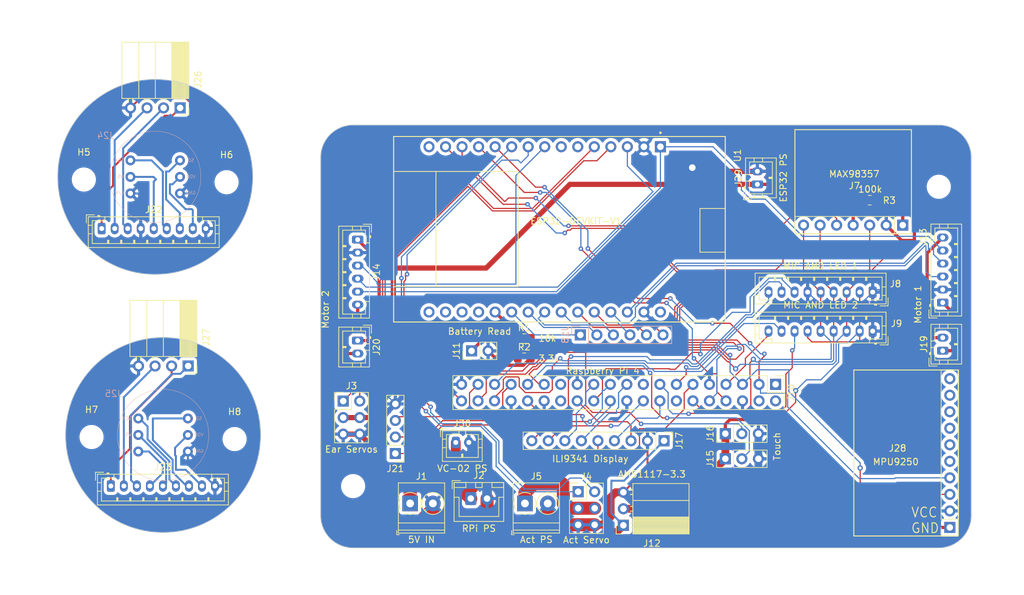
<source format=kicad_pcb>
(kicad_pcb (version 20240108) (generator "pcbnew") (generator_version "8.0")
  (layers (0 "F.Cu" signal) (31 "B.Cu" signal) (34 "B.Paste" user) (35 "F.Paste" user) (36 "B.SilkS" user "B.Silkscreen") (37 "F.SilkS" user "F.Silkscreen") (38 "B.Mask" user) (39 "F.Mask" user) (44 "Edge.Cuts" user))
  (net 0 "")
  (net 1 "GND")
  (net 2 "+3.3V")
  (net 3 "/BCLK")
  (net 4 "/GPIO19")
  (net 5 "/GPIO20")
  (net 6 "/BLUE1")
  (net 7 "/GPIO12")
  (net 8 "/GPIO8")
  (net 9 "/GPIO27")
  (net 10 "/GPIO4")
  (net 11 "/BLUE2")
  (net 12 "+5V")
  (net 13 "/SIG_2")
  (net 14 "/SIG_1")
  (net 15 "/SIG_4")
  (net 16 "+7.5V")
  (net 17 "/SIG_3")
  (net 18 "/GPIO3")
  (net 19 "/GPIO2")
  (net 20 "/DIN")
  (net 21 "/GAIN")
  (net 22 "+3.3VA")
  (net 23 "/GPIO9")
  (net 24 "/ID_SC")
  (net 25 "+5VRP")
  (net 26 "/CS")
  (net 27 "/GPIO13")
  (net 28 "/DC{slash}RS")
  (net 29 "/GPIO6")
  (net 30 "/GPIO14")
  (net 31 "/GPIO15")
  (net 32 "/GPIO26")
  (net 33 "/GPIO24")
  (net 34 "/GPIO25")
  (net 35 "/GPIO10")
  (net 36 "/GPIO11")
  (net 37 "+3.3VRP")
  (net 38 "/GPIO23")
  (net 39 "/GPIO5")
  (net 40 "/ID_SD")
  (net 41 "+12V")
  (net 42 "/Motor 1 (C2)")
  (net 43 "/Motor 1 (C1)")
  (net 44 "/Motor 1 (M1)")
  (net 45 "/Motor 1 (M2)")
  (net 46 "/Motor 2 (C2)")
  (net 47 "/Motor 2 (C1)")
  (net 48 "/Motor 2 (M2)")
  (net 49 "/Motor 2 (M1)")
  (net 50 "/IN2")
  (net 51 "/ENA")
  (net 52 "/ENB")
  (net 53 "/IN1")
  (net 54 "/IN3")
  (net 55 "/IN4")
  (net 62 "/Battery ADC")
  (net 71 "/BLUE1_EAR")
  (net 72 "GND_EAR")
  (net 73 "/RED1_EAR")
  (net 74 "/WS_EAR")
  (net 75 "/GREEN1_EAR")
  (net 76 "/SCK_EAR")
  (net 77 "/SD_EAR")
  (net 78 "+3.3V_EAR")
  (net 79 "/BLUE2_EAR")
  (net 80 "/GREEN2_EAR")
  (net 81 "/RED2_EAR")
  (footprint "Connector_PinSocket_2.54mm:PinSocket_1x04_P2.54mm_Horizontal" (layer "F.Cu") (at 129.65 82.04 -90)
    (property "Reference" "J27")
    (property "Value" "LED 2")
  )
  (footprint "Resistor_SMD:R_0805_2012Metric_Pad1.20x1.40mm_HandSolder" (layer "F.Cu") (at 234.39 56.555)
    (property "Reference" "R3")
    (property "Value" "100k")
  )
  (footprint "Connector_PinHeader_2.54mm:PinHeader_1x09_P2.54mm_Vertical" (layer "F.Cu") (at 202.78 93.53 -90)
    (property "Reference" "J17")
    (property "Value" "ILI9341 Display")
  )
  (footprint "Connector_PinHeader_2.54mm:PinHeader_1x03_P2.54mm_Vertical" (layer "F.Cu") (at 212.2 92.44 90)
    (property "Reference" "J16")
    (property "Value" "Touch 3" (hide yes))
  )
  (footprint "MountingHole:MountingHole_3.2mm_M3" (layer "F.Cu") (at 114.81 92.955)
    (property "Reference" "H7")
    (property "Value" "MountingHole")
  )
  (footprint "Connector_PinSocket_2.54mm:PinSocket_1x03_P2.54mm_Horizontal" (layer "F.Cu") (at 196.53 106.52 180)
    (property "Reference" "J12")
    (property "Value" "AMS1117-3.3")
  )
  (footprint "Connector_JST:JST_PH_B2B-PH-K_1x02_P2.00mm_Vertical" (layer "F.Cu") (at 217.12 54.13 90)
    (property "Reference" "J29")
    (property "Value" "ESP32 PS")
  )
  (footprint "Connector_PinHeader_2.54mm:PinHeader_1x04_P2.54mm_Vertical" (layer "F.Cu") (at 161.49 95.49 180)
    (property "Reference" "J21")
    (property "Value" "VC-02")
  )
  (footprint "Resistor_SMD:R_0805_2012Metric_Pad1.20x1.40mm_HandSolder" (layer "F.Cu") (at 181.3 80.78)
    (property "Reference" "R2")
    (property "Value" "3.3k")
  )
  (footprint "Resistor_SMD:R_0805_2012Metric_Pad1.20x1.40mm_HandSolder" (layer "F.Cu") (at 181.3 77.83)
    (property "Reference" "R1")
    (property "Value" "10k")
  )
  (footprint "Connector_JST:JST_XH_B2B-XH-A_1x02_P2.50mm_Vertical" (layer "F.Cu") (at 173.083333 102.41)
    (property "Reference" "J2")
    (property "Value" "RPi PS")
  )
  (footprint "TerminalBlock_Phoenix:TerminalBlock_Phoenix_PT-1,5-2-3.5-H_1x02_P3.50mm_Horizontal" (layer "F.Cu") (at 181.406666 103.16)
    (property "Reference" "J5")
    (property "Value" "Act PS")
  )
  (footprint "MountingHole:MountingHole_3.2mm_M3" (layer "F.Cu") (at 245 54.5)
    (property "Reference" "H3" (hide yes))
    (property "Value" "MountingHole")
  )
  (footprint "Connector_PinHeader_2.54mm:PinHeader_2x20_P2.54mm_Vertical" (layer "F.Cu") (at 219.92 84.86 -90)
    (property "Reference" "J10")
    (property "Value" "Raspberry Pi 4")
  )
  (footprint "Connector_JST:JST_PH_B6B-PH-K_1x06_P2.00mm_Vertical" (layer "F.Cu") (at 245.6 72.3 90)
    (property "Reference" "J13")
    (property "Value" "Motor 1")
  )
  (footprint "Connector_JST:JST_PH_B2B-PH-K_1x02_P2.00mm_Vertical" (layer "F.Cu") (at 155.7 78.13 -90)
    (property "Reference" "J20")
    (property "Value" "L298N-Motor 2")
  )
  (footprint "MountingHole:MountingHole_3.2mm_M3" (layer "F.Cu") (at 113.625 53.39)
    (property "Reference" "H5")
    (property "Value" "MountingHole")
  )
  (footprint "Connector_JST:JST_PH_B9B-PH-K_1x09_P2.00mm_Vertical" (layer "F.Cu") (at 234.843175 76.68 180)
    (property "Reference" "J9")
    (property "Value" "MIC AND LED 2")
  )
  (footprint "TerminalBlock_Phoenix:TerminalBlock_Phoenix_PT-1,5-2-3.5-H_1x02_P3.50mm_Horizontal" (layer "F.Cu") (at 163.76 103.16)
    (property "Reference" "J1")
    (property "Value" "5V IN")
  )
  (footprint "Connector_PinSocket_2.54mm:PinSocket_1x04_P2.54mm_Horizontal" (layer "F.Cu") (at 128.415 42.38 -90)
    (property "Reference" "J26")
    (property "Value" "LED 1")
  )
  (footprint "MountingHole:MountingHole_3.2mm_M3" (layer "F.Cu") (at 155 100.5)
    (property "Reference" "H2" (hide yes))
    (property "Value" "MountingHole")
  )
  (footprint "Connector_JST:JST_PH_B9B-PH-K_1x09_P2.00mm_Vertical" (layer "F.Cu") (at 234.843175 70.69 180)
    (property "Reference" "J8")
    (property "Value" "MIC AND LED 1")
  )
  (footprint "Connector_PinHeader_2.54mm:PinHeader_2x03_P2.54mm_Vertical" (layer "F.Cu") (at 189.58 101.36)
    (property "Reference" "J4")
    (property "Value" "Act Servo")
  )
  (footprint "Connector_PinHeader_2.54mm:PinHeader_1x03_P2.54mm_Vertical" (layer "F.Cu") (at 212.2 96.3 90)
    (property "Reference" "J15")
    (property "Value" "Touch")
  )
  (footprint "Connector_PinHeader_2.54mm:PinHeader_2x03_P2.54mm_Vertical" (layer "F.Cu") (at 153.48 87.43)
    (property "Reference" "J3")
    (property "Value" "Ear Servos")
  )
  (footprint "MountingHole:MountingHole_3.2mm_M3" (layer "F.Cu") (at 136.79 93.27)
    (property "Reference" "H8")
    (property "Value" "MountingHole")
  )
  (footprint "Connector_JST:JST_PH_B9B-PH-K_1x09_P2.00mm_Vertical" (layer "F.Cu") (at 116.365 60.92)
    (property "Reference" "J22")
    (property "Value" "MIC AND LED 1 - EAR")
  )
  (footprint "Connector_JST:JST_PH_B6B-PH-K_1x06_P2.00mm_Vertical" (layer "F.Cu") (at 155.7 62.62 -90)
    (property "Reference" "J14")
    (property "Value" "Motor 2")
  )
  (footprint "ESP32-DEVKIT-V1:MODULE_ESP32_DEVKIT_V1" (layer "F.Cu") (at 186.71 61.05 -90)
    (property "Reference" "U1")
    (property "Value" "ESP32-DEVKIT-V1")
  )
  (footprint "Connector_PinHeader_2.54mm:PinHeader_1x02_P2.54mm_Vertical" (layer "F.Cu") (at 173.205 79.72 90)
    (property "Reference" "J11")
    (property "Value" "Battery Read")
  )
  (footprint "Connector_JST:JST_PH_B9B-PH-K_1x09_P2.00mm_Vertical" (layer "F.Cu") (at 117.77 100.48)
    (property "Reference" "J23")
    (property "Value" "MIC AND LED 2 - EAR")
  )
  (footprint "Connector_JST:JST_PH_B2B-PH-K_1x02_P2.00mm_Vertical" (layer "F.Cu") (at 170.78 93.79)
    (property "Reference" "J30")
    (property "Value" "VC-02 PS")
  )
  (footprint "Connector_PinSocket_2.54mm:PinSocket_1x10_P2.54mm_Vertical" (layer "F.Cu") (at 246.695 106.85 180)
    (property "Reference" "J28")
    (property "Value" "MPU9250")
  )
  (footprint "MountingHole:MountingHole_3.2mm_M3" (layer "F.Cu") (at 135.555 53.8)
    (property "Reference" "H6")
    (property "Value" "MountingHole")
  )
  (footprint "Connector_JST:JST_PH_B2B-PH-K_1x02_P2.00mm_Vertical" (layer "F.Cu") (at 245.6 79.69 90)
    (property "Reference" "J19")
    (property "Value" "L298N-Motor 1")
  )
  (footprint "Connector_PinSocket_2.54mm:PinSocket_1x07_P2.54mm_Vertical" (layer "F.Cu") (at 239.46 60.395 -90)
    (property "Reference" "J7")
    (property "Value" "MAX98357")
  )
  (footprint "Breakout_boards:INMP441" (layer "B.Cu") (at 124.59 52.98 180)
    (property "Reference" "J24")
    (property "Value" "MIC 1")
  )
  (footprint "Breakout_boards:INMP441" (layer "B.Cu") (at 125.8 92.64 180)
    (property "Reference" "J25")
    (property "Value" "MIC 2")
  )
  (footprint "Connector_PinHeader_2.54mm:PinHeader_1x06_P2.54mm_Vertical" (layer "B.Cu") (at 189.92 77.26 -90)
    (property "Reference" "J18")
    (property "Value" "L298N")
  )
  (gr_rect (start 231.94 82.66) (end 247.98 108.16) (stroke (width 0.15)) (fill none) (layer "F.SilkS"))
  (gr_rect (start 222.89 45.725) (end 240.79 61.725) (stroke (width 0.15)) (fill none) (layer "F.SilkS"))
  (gr_line (start 250 50) (end 250 105) (stroke (width 0.1)) (layer "Edge.Cuts"))
  (gr_arc (start 250 105) (mid 248.535534 108.535534) (end 245 110) (stroke (width 0.1)) (layer "Edge.Cuts"))
  (gr_circle (center 125.8 92.64) (end 140.8 92.64) (stroke (width 0.1)) (fill none) (layer "Edge.Cuts"))
  (gr_line (start 245 110) (end 155 110) (stroke (width 0.1)) (layer "Edge.Cuts"))
  (gr_line (start 155 45) (end 245 45) (stroke (width 0.1)) (layer "Edge.Cuts"))
  (gr_arc (start 155 110) (mid 151.464466 108.535534) (end 150 105) (stroke (width 0.1)) (layer "Edge.Cuts"))
  (gr_arc (start 150 50) (mid 151.464466 46.464466) (end 155 45) (stroke (width 0.1)) (layer "Edge.Cuts"))
  (gr_line (start 150 105) (end 150 50) (stroke (width 0.1)) (layer "Edge.Cuts"))
  (gr_arc (start 245 45) (mid 248.535534 46.464466) (end 250 50) (stroke (width 0.1)) (layer "Edge.Cuts"))
  (gr_circle (center 124.59 52.98) (end 139.59 52.98) (stroke (width 0.1)) (fill none) (layer "Edge.Cuts"))
  (gr_text "VCC\nGND" (at 240.675 107.83 0) (layer "F.SilkS") (effects (font (size 1.5 1.4)) (justify left bottom)))
  (segment (start 207.12 51.56) (end 207.69 52.13) (width 0.8) (layer "F.Cu") (net 1))
  (segment (start 234.843175 67.181825) (end 239.275 62.75) (width 0.18) (layer "F.Cu") (net 1))
  (segment (start 189.58 106.44) (end 192.12 106.44) (width 2) (layer "F.Cu") (net 1))
  (segment (start 153.48 92.51) (end 156.02 92.51) (width 0.8) (layer "F.Cu") (net 1))
  (segment (start 241.25 62.75) (end 239.275 62.75) (width 0.5) (layer "F.Cu") (net 1))
  (segment (start 234.843175 76.68) (end 234.843175 70.69) (width 0.18) (layer "F.Cu") (net 1))
  (segment (start 167.26 104.33) (end 168.47 105.54) (width 2) (layer "F.Cu") (net 1))
  (segment (start 236.92 58.085) (end 235.39 56.555) (width 0.5) (layer "F.Cu") (net 1))
  (segment (start 175.745 79.72) (end 177.955 81.93) (width 0.5) (layer "F.Cu") (net 1))
  (segment (start 239.22 52.13) (end 241.25 54.16) (width 0.5) (layer "F.Cu") (net 1))
  (segment (start 184.906666 103.16) (end 184.906666 104.857056) (width 2) (layer "F.Cu") (net 1))
  (segment (start 167.26 103.16) (end 167.26 104.33) (width 2) (layer "F.Cu") (net 1))
  (segment (start 158.25 94.02) (end 158.25 98.03) (width 0.8) (layer "F.Cu") (net 1))
  (segment (start 236.92 60.395) (end 236.92 58.085) (width 0.5) (layer "F.Cu") (net 1))
  (segment (start 184.906666 104.857056) (end 186.48961 106.44) (width 2) (layer "F.Cu") (net 1))
  (segment (start 162.32 106.57) (end 163.85 106.57) (width 0.8) (layer "F.Cu") (net 1))
  (segment (start 200.24 93.53) (end 200.24 97.73) (width 0.3) (layer "F.Cu") (net 1))
  (segment (start 186.48961 106.44) (end 189.58 106.44) (width 2) (layer "F.Cu") (net 1))
  (segment (start 161.39 101.17) (end 161.39 105.64) (width 0.8) (layer "F.Cu") (net 1))
  (segment (start 181.15 81.93) (end 182.3 80.78) (width 0.5) (layer "F.Cu") (net 1))
  (segment (start 207.69 52.13) (end 217.12 52.13) (width 0.8) (layer "F.Cu") (net 1))
  (segment (start 241.25 54.16) (end 241.25 62.75) (width 0.5) (layer "F.Cu") (net 1))
  (segment (start 195.35 101.44) (end 194.58 102.21) (width 1.2) (layer "F.Cu") (net 1))
  (segment (start 217.12 52.13) (end 239.22 52.13) (width 0.5) (layer "F.Cu") (net 1))
  (segment (start 193.322081 106.44) (end 192.12 106.44) (width 1.2) (layer "F.Cu") (net 1))
  (segment (start 168.47 105.54) (end 174.31 105.54) (width 2) (layer "F.Cu") (net 1))
  (segment (start 163.85 106.57) (end 167.26 103.16) (width 0.8) (layer "F.Cu") (net 1))
  (segment (start 156.02 92.51) (end 157.53 94.02) (width 0.8) (layer "F.Cu") (net 1))
  (segment (start 196.53 101.44) (end 195.35 101.44) (width 1.2) (layer "F.Cu") (net 1))
  (segment (start 161.39 105.64) (end 162.32 106.57) (width 0.8) (layer "F.Cu") (net 1))
  (segment (start 194.58 105.182081) (end 193.322081 106.44) (width 1.2) (layer "F.Cu") (net 1))
  (segment (start 157.53 94.02) (end 158.25 94.02) (width 0.8) (layer "F.Cu") (net 1))
  (segment (start 158.25 98.03) (end 161.39 101.17) (width 0.8) (layer "F.Cu") (net 1))
  (segment (start 174.31 105.54) (end 175.583333 104.266667) (width 2) (layer "F.Cu") (net 1))
  (segment (start 177.955 81.93) (end 181.15 81.93) (width 0.5) (layer "F.Cu") (net 1))
  (segment (start 239.275 62.75) (end 236.92 60.395) (width 0.5) (layer "F.Cu") (net 1))
  (segment (start 200.24 97.73) (end 196.53 101.44) (width 0.3) (layer "F.Cu") (net 1))
  (segment (start 194.58 102.21) (end 194.58 105.182081) (width 1.2) (layer "F.Cu") (net 1))
  (segment (start 175.583333 104.266667) (end 175.583333 102.41) (width 2) (layer "F.Cu") (net 1))
  (segment (start 234.843175 70.69) (end 234.843175 67.181825) (width 0.18) (layer "F.Cu") (net 1))
  (via (at 207.12 51.56) (size 2) (drill 1.02) (layers "F.Cu" "B.Cu") (net 1))
  (segment (start 151.49 82.85) (end 152.49 83.85) (width 0.18) (layer "B.Cu") (net 1))
  (segment (start 160.115 89.245) (end 161.49 87.87) (width 0.8) (layer "B.Cu") (net 1))
  (segment (start 199.98 106.91) (end 215.86 106.91) (width 1.2) (layer "B.Cu") (net 1))
  (segment (start 208.79 53.23) (end 207.12 51.56) (width 0.8) (layer "B.Cu") (net 1))
  (segment (start 155.7 64.62) (end 152.26 64.62) (width 0.18) (layer "B.Cu") (net 1))
  (segment (start 175.583333 96.593333) (end 175.583333 102.41) (width 1.5) (layer "B.Cu") (net 1))
  (segment (start 151.49 65.39) (end 151.49 82.85) (width 0.18) (layer "B.Cu") (net 1))
  (segment (start 152.26 64.62) (end 151.49 65.39) (width 0.18) (layer "B.Cu") (net 1))
  (segment (start 204.62 53.23) (end 208.79 53.23) (width 0.8) (layer "B.Cu") (net 1))
  (segment (start 157.87 84.25) (end 161.49 87.87) (width 0.18) (layer "B.Cu") (net 1))
  (segment (start 226.403175 72.16) (end 233.373175 72.16) (width 0.18) (layer "B.Cu") (net 1))
  (segment (start 166.37 71.31) (end 186.54 71.31) (width 0.8) (layer "B.Cu") (net 1))
  (segment (start 186.54 71.31) (end 204.62 53.23) (width 0.8) (layer "B.Cu") (net 1))
  (segment (start 172.78 93.79) (end 175.583333 96.593333) (width 1.5) (layer "B.Cu") (net 1))
  (segment (start 160.115 89.245) (end 164.6 84.76) (width 0.8) (layer "B.Cu") (net 1))
  (segment (start 199.98 104.89) (end 199.98 106.91) (width 1.2) (layer "B.Cu") (net 1))
  (segment (start 217.28 96.3) (end 217.28 92.44) (width 1.2) (layer "B.Cu") (net 1))
  (segment (start 226.098175 71.855) (end 226.403175 72.16) (width 0.18) (layer "B.Cu") (net 1))
  (segment (start 164.6 84.76) (end 164.6 73.08) (width 0.8) (layer "B.Cu") (net 1))
  (segment (start 164.6 73.08) (end 166.37 71.31) (width 0.8) (layer "B.Cu") (net 1))
  (segment (start 152.49 84.25) (end 157.87 84.25) (width 0.18) (layer "B.Cu") (net 1))
  (segment (start 217.28 105.49) (end 217.28 96.3) (width 1.2) (layer "B.Cu") (net 1))
  (segment (start 233.373175 72.16) (end 234.843175 70.69) (width 0.18) (layer "B.Cu") (net 1))
  (segment (start 156.02 92.51) (end 156.85 92.51) (width 0.8) (layer "B.Cu") (net 1))
  (segment (start 235.233175 70.3) (end 234.843175 70.69) (width 0.18) (layer "B.Cu") (net 1))
  (segment (start 245.6 70.3) (end 235.233175 70.3) (width 0.18) (layer "B.Cu") (net 1))
  (segment (start 224.843175 70.69) (end 226.008175 71.855) (width 0.18) (layer "B.Cu") (net 1))
  (segment (start 196.53 101.44) (end 199.98 104.89) (width 1.2) (layer "B.Cu") (net 1))
  (segment (start 152.49 83.85) (end 152.49 84.25) (width 0.18) (layer "B.Cu") (net 1))
  (segment (start 156.85 92.51) (end 160.115 89.245) (width 0.8) (layer "B.Cu") (net 1))
  (segment (start 215.86 106.91) (end 217.28 105.49) (width 1.2) (layer "B.Cu") (net 1))
  (segment (start 226.008175 71.855) (end 226.098175 71.855) (width 0.18) (layer "B.Cu") (net 1))
  (segment (start 224.07 62.12) (end 218.35 56.4) (width 0.18) (layer "B.Cu") (net 2))
  (segment (start 202.225 54.649192) (end 202.225 48.35) (width 0.18) (layer "B.Cu") (net 2))
  (segment (start 218.35 56.4) (end 216.06 56.4) (width 0.18) (layer "B.Cu") (net 2))
  (segment (start 216.06 56.4) (end 214.67 55.01) (width 0.18) (layer "B.Cu") (net 2))
  (segment (start 186.254192 70.62) (end 202.225 54.649192) (width 0.18) (layer "B.Cu") (net 2))
  (segment (start 214.67 52.72) (end 210.3 48.35) (width 0.18) (layer "B.Cu") (net 2))
  (segment (start 210.3 48.35) (end 202.225 48.35) (width 0.18) (layer "B.Cu") (net 2))
  (segment (start 245.6 64.3) (end 243.42 62.12) (width 0.18) (layer "B.Cu") (net 2))
  (segment (start 214.67 55.01) (end 214.67 52.72) (width 0.18) (layer "B.Cu") (net 2))
  (segment (start 243.42 62.12) (end 224.07 62.12) (width 0.18) (layer "B.Cu") (net 2))
  (segment (start 155.7 70.62) (end 186.254192 70.62) (width 0.18) (layer "B.Cu") (net 2))
  (segment (start 208.67 88.85) (end 207.22 87.4) (width 0.18) (layer "F.Cu") (net 3))
  (segment (start 215.38 88.85) (end 208.67 88.85) (width 0.18) (layer "F.Cu") (net 3))
  (segment (start 215.98 83.98) (end 216.11 84.11) (width 0.18) (layer "F.Cu") (net 3))
  (segment (start 216.5 81.01) (end 215.98 81.53) (width 0.18) (layer "F.Cu") (net 3))
  (segment (start 215.98 81.53) (end 215.98 83.98) (width 0.18) (layer "F.Cu") (net 3))
  (segment (start 216.11 84.11) (end 216.11 88.12) (width 0.18) (layer "F.Cu") (net 3))
  (segment (start 226.76 68.606825) (end 228.843175 70.69) (width 0.18) (layer "F.Cu") (net 3))
  (segment (start 226.76 60.395) (end 226.76 68.606825) (width 0.18) (layer "F.Cu") (net 3))
  (segment (start 228.843175 76.68) (end 228.843175 70.69) (width 0.18) (layer "F.Cu") (net 3))
  (segment (start 216.11 88.12) (end 215.38 88.85) (width 0.18) (layer "F.Cu") (net 3))
  (via (at 216.5 81.01) (size 0.8) (drill 0.4) (layers "F.Cu" "B.Cu") (net 3))
  (segment (start 228.56 81.41) (end 216.9 81.41) (width 0.18) (layer "B.Cu") (net 3))
  (segment (start 216.9 81.41) (end 216.5 81.01) (width 0.18) (layer "B.Cu") (net 3))
  (segment (start 228.843175 81.126825) (end 228.56 81.41) (width 0.18) (layer "B.Cu") (net 3))
  (segment (start 228.843175 76.68) (end 228.843175 81.126825) (width 0.18) (layer "B.Cu") (net 3))
  (segment (start 226.843175 76.68) (end 226.843175 70.69) (width 0.18) (layer "F.Cu") (net 4))
  (segment (start 224.22 68.066825) (end 226.843175 70.69) (width 0.18) (layer "F.Cu") (net 4))
  (segment (start 224.22 60.395) (end 224.22 68.066825) (width 0.18) (layer "F.Cu") (net 4))
  (segment (start 179.99 81.61) (end 176.74 84.86) (width 0.18) (layer "B.Cu") (net 4))
  (segment (start 228.463175 80.969423) (end 228.402598 81.03) (width 0.18) (layer "B.Cu") (net 4))
  (segment (start 212.422598 78.99) (end 208.532598 82.88) (width 0.18) (layer "B.Cu") (net 4))
  (segment (start 200.537401 82.46) (end 199.687401 81.61) (width 0.18) (layer "B.Cu") (net 4))
  (segment (start 226.843175 76.68) (end 228.463175 78.3) (width 0.18) (layer "B.Cu") (net 4))
  (segment (start 228.402598 81.03) (end 217.58 81.03) (width 0.18) (layer "B.Cu") (net 4))
  (segment (start 213.854903 78.99) (end 212.422598 78.99) (width 0.18) (layer "B.Cu") (net 4))
  (segment (start 215.28 78.73) (end 214.114903 78.73) (width 0.18) (layer "B.Cu") (net 4))
  (segment (start 208.532598 82.88) (end 201.325097 82.88) (width 0.18) (layer "B.Cu") (net 4))
  (segment (start 214.114903 78.73) (end 213.854903 78.99) (width 0.18) (layer "B.Cu") (net 4))
  (segment (start 200.905097 82.46) (end 200.537401 82.46) (width 0.18) (layer "B.Cu") (net 4))
  (segment (start 217.58 81.03) (end 215.28 78.73) (width 0.18) (layer "B.Cu") (net 4))
  (segment (start 201.325097 82.88) (end 200.905097 82.46) (width 0.18) (layer "B.Cu") (net 4))
  (segment (start 199.687401 81.61) (end 179.99 81.61) (width 0.18) (layer "B.Cu") (net 4))
  (segment (start 228.463175 78.3) (end 228.463175 80.969423) (width 0.18) (layer "B.Cu") (net 4))
  (segment (start 202.33 79.57) (end 185.618003 79.57) (width 0.18) (layer "F.Cu") (net 5))
  (segment (start 181.5 83.29) (end 175.95 83.29) (width 0.18) (layer "F.Cu") (net 5))
  (segment (start 185.618003 79.57) (end 183.038003 82.15) (width 0.18) (layer "F.Cu") (net 5))
  (segment (start 213.78 82.48) (end 212.67 81.37) (width 0.18) (layer "F.Cu") (net 5))
  (segment (start 234.38 67.153175) (end 230.843175 70.69) (width 0.18) (layer "F.Cu") (net 5))
  (segment (start 234.38 60.395) (end 234.38 67.153175) (width 0.18) (layer "F.Cu") (net 5))
  (segment (start 175.95 83.29) (end 175.46 83.78) (width 0.18) (layer "F.Cu") (net 5))
  (segment (start 175.46 86.14) (end 174.2 87.4) (width 0.18) (layer "F.Cu") (net 5))
  (segment (start 175.46 83.78) (end 175.46 86.14) (width 0.18) (layer "F.Cu") (net 5))
  (segment (start 230.843175 76.68) (end 230.843175 70.69) (width 0.18) (layer "F.Cu") (net 5))
  (segment (start 183.038003 82.15) (end 182.64 82.15) (width 0.18) (layer "F.Cu") (net 5))
  (segment (start 182.64 82.15) (end 181.5 83.29) (width 0.18) (layer "F.Cu") (net 5))
  (segment (start 212.507501 81.37) (end 210.707501 79.57) (width 0.18) (layer "F.Cu") (net 5))
  (segment (start 212.67 81.37) (end 212.507501 81.37) (width 0.18) (layer "F.Cu") (net 5))
  (segment (start 210.707501 79.57) (end 202.33 79.57) (width 0.18) (layer "F.Cu") (net 5))
  (via (at 213.78 82.48) (size 0.8) (drill 0.4) (layers "F.Cu" "B.Cu") (net 5))
  (segment (start 214.47 81.79) (end 213.78 82.48) (width 0.18) (layer "B.Cu") (net 5))
  (segment (start 229.223175 78.3) (end 229.223175 81.284227) (width 0.18) (layer "B.Cu") (net 5))
  (segment (start 229.223175 81.284227) (end 228.717401 81.79) (width 0.18) (layer "B.Cu") (net 5))
  (segment (start 228.717401 81.79) (end 214.47 81.79) (width 0.18) (layer "B.Cu") (net 5))
  (segment (start 230.376825 70.69) (end 230.843175 70.69) (width 0.18) (layer "B.Cu") (net 5))
  (segment (start 230.843175 76.68) (end 229.223175 78.3) (width 0.18) (layer "B.Cu") (net 5))
  (segment (start 178.46 83.72) (end 178.08 84.1) (width 0.18) (layer "F.Cu") (net 6))
  (segment (start 180.34 83.72) (end 178.46 83.72) (width 0.18) (layer "F.Cu") (net 6))
  (segment (start 178.08 85.522598) (end 176.74 86.862598) (width 0.18) (layer "F.Cu") (net 6))
  (segment (start 186.83 80.87) (end 185.61 82.09) (width 0.18) (layer "F.Cu") (net 6))
  (segment (start 180.53 85.182204) (end 180.53 83.91) (width 0.18) (layer "F.Cu") (net 6))
  (segment (start 181.467796 86.12) (end 180.53 85.182204) (width 0.18) (layer "F.Cu") (net 6))
  (segment (start 185.61 85.66) (end 185.15 86.12) (width 0.18) (layer "F.Cu") (net 6))
  (segment (start 185.61 82.09) (end 185.61 85.66) (width 0.18) (layer "F.Cu") (net 6))
  (segment (start 178.08 84.1) (end 178.08 85.522598) (width 0.18) (layer "F.Cu") (net 6))
  (segment (start 176.74 86.862598) (end 176.74 87.4) (width 0.18) (layer "F.Cu") (net 6))
  (segment (start 180.53 83.91) (end 180.34 83.72) (width 0.18) (layer "F.Cu") (net 6))
  (segment (start 185.15 86.12) (end 181.467796 86.12) (width 0.18) (layer "F.Cu") (net 6))
  (via (at 186.83 80.87) (size 0.7) (drill 0.3) (layers "F.Cu" "B.Cu") (net 6))
  (segment (start 218.843175 72.032019) (end 216.319998 74.555196) (width 0.18) (layer "B.Cu") (net 6))
  (segment (start 200.214801 81.6) (end 199.844801 81.23) (width 0.18) (layer "B.Cu") (net 6))
  (segment (start 199.844801 81.23) (end 187.19 81.23) (width 0.18) (layer "B.Cu") (net 6))
  (segment (start 216.319998 74.555196) (end 215.472206 74.555196) (width 0.18) (layer "B.Cu") (net 6))
  (segment (start 215.472206 74.555196) (end 209.84 80.187402) (width 0.18) (layer "B.Cu") (net 6))
  (segment (start 209.84 80.19) (end 209.837402 80.19) (width 0.18) (layer "B.Cu") (net 6))
  (segment (start 187.19 81.23) (end 186.83 80.87) (width 0.18) (layer "B.Cu") (net 6))
  (segment (start 207.907402 82.12) (end 206.965097 82.12) (width 0.18) (layer "B.Cu") (net 6))
  (segment (start 218.843175 70.69) (end 218.843175 72.032019) (width 0.18) (layer "B.Cu") (net 6))
  (segment (start 209.837402 80.19) (end 207.907402 82.12) (width 0.18) (layer "B.Cu") (net 6))
  (segment (start 206.965097 82.12) (end 206.445097 81.6) (width 0.18) (layer "B.Cu") (net 6))
  (segment (start 206.445097 81.6) (end 200.214801 81.6) (width 0.18) (layer "B.Cu") (net 6))
  (segment (start 188.08 80.98) (end 188.08 88.35) (width 0.18) (layer "F.Cu") (net 7))
  (segment (start 188.08 88.35) (end 187.51 88.92) (width 0.18) (layer "F.Cu") (net 7))
  (segment (start 187.51 88.92) (end 187.48 88.89) (width 0.18) (layer "F.Cu") (net 7))
  (segment (start 188.47 80.59) (end 188.08 80.98) (width 0.18) (layer "F.Cu") (net 7))
  (segment (start 187.48 88.89) (end 183.31 88.89) (width 0.18) (layer "F.Cu") (net 7))
  (segment (start 183.31 88.89) (end 181.82 87.4) (width 0.18) (layer "F.Cu") (net 7))
  (via (at 188.47 80.59) (size 0.7) (drill 0.3) (layers "F.Cu" "B.Cu") (net 7))
  (segment (start 216.162597 74.175196) (end 215.314804 74.175196) (width 0.18) (layer "B.Cu") (net 7))
  (segment (start 220.843175 69.483175) (end 220.46 69.1) (width 0.18) (layer "B.Cu") (net 7))
  (segment (start 200.65 81.09) (end 200.15 80.59) (width 0.18) (layer "B.Cu") (net 7))
  (segment (start 207.122499 81.74) (end 206.472499 81.09) (width 0.18) (layer "B.Cu") (net 7))
  (segment (start 207.75 81.74) (end 207.122499 81.74) (width 0.18) (layer "B.Cu") (net 7))
  (segment (start 200.56 81.09) (end 200.55 81.08) (width 0.18) (layer "B.Cu") (net 7))
  (segment (start 206.472499 81.09) (end 200.65 81.09) (width 0.18) (layer "B.Cu") (net 7))
  (segment (start 216.573897 73.763896) (end 216.162597 74.175196) (width 0.18) (layer "B.Cu") (net 7))
  (segment (start 200.65 81.09) (end 200.56 81.09) (width 0.18) (layer "B.Cu") (net 7))
  (segment (start 200.15 80.59) (end 188.47 80.59) (width 0.18) (layer "B.Cu") (net 7))
  (segment (start 218.899525 69.1) (end 216.573897 71.425628) (width 0.18) (layer "B.Cu") (net 7))
  (segment (start 215.314804 74.175196) (end 207.75 81.74) (width 0.18) (layer "B.Cu") (net 7))
  (segment (start 220.843175 70.69) (end 220.843175 69.483175) (width 0.18) (layer "B.Cu") (net 7))
  (segment (start 220.46 69.1) (end 218.899525 69.1) (width 0.18) (layer "B.Cu") (net 7))
  (segment (start 216.573897 71.425628) (end 216.573897 73.763896) (width 0.18) (layer "B.Cu") (net 7))
  (segment (start 204.5 82.55) (end 203.69 82.55) (width 0.18) (layer "F.Cu") (net 8))
  (segment (start 207.1 79.95) (end 204.5 82.55) (width 0.18) (layer "F.Cu") (net 8))
  (segment (start 203.69 82.55) (end 203.6 82.46) (width 0.18) (layer "F.Cu") (net 8))
  (segment (start 193.89 82.46) (end 193.32 83.03) (width 0.18) (layer "F.Cu") (net 8))
  (segment (start 193.32 83.03) (end 193.32 86.06) (width 0.18) (layer "F.Cu") (net 8))
  (segment (start 208.37588 80.209023) (end 208.116857 79.95) (width 0.18) (layer "F.Cu") (net 8))
  (segment (start 208.116857 79.95) (end 207.1 79.95) (width 0.18) (layer "F.Cu") (net 8))
  (segment (start 193.32 86.06) (end 191.98 87.4) (width 0.18) (layer "F.Cu") (net 8))
  (segment (start 203.6 82.46) (end 193.89 82.46) (width 0.18) (layer "F.Cu") (net 8))
  (via (at 208.37588 80.209023) (size 0.7) (drill 0.3) (layers "F.Cu" "B.Cu") (net 8))
  (segment (start 213.254804 73.795196) (end 216.005196 73.795196) (width 0.18) (layer "B.Cu") (net 8))
  (segment (start 218.942123 68.52) (end 220.93 68.52) (width 0.18) (layer "B.Cu") (net 8))
  (segment (start 220.93 68.776825) (end 222.843175 70.69) (width 0.18) (layer "B.Cu") (net 8))
  (segment (start 220.93 68.52) (end 220.93 68.776825) (width 0.18) (layer "B.Cu") (net 8))
  (segment (start 216.005196 73.795196) (end 216.005196 71.456927) (width 0.18) (layer "B.Cu") (net 8))
  (segment (start 208.37588 78.67412) (end 213.254804 73.795196) (width 0.18) (layer "B.Cu") (net 8))
  (segment (start 208.37588 80.209023) (end 208.37588 78.67412) (width 0.18) (layer "B.Cu") (net 8))
  (segment (start 216.005196 71.456927) (end 218.942123 68.52) (width 0.18) (layer "B.Cu") (net 8))
  (segment (start 206.18 83.36) (end 204.68 84.86) (width 0.18) (layer "F.Cu") (net 9))
  (segment (start 206.18 82.24) (end 206.18 83.36) (width 0.18) (layer "F.Cu") (net 9))
  (via (at 206.18 82.24) (size 0.7) (drill 0.3) (layers "F.Cu" "B.Cu") (net 9))
  (segment (start 206.18 82.24) (end 206.44 82.5) (width 0.18) (layer "B.Cu") (net 9))
  (segment (start 215.052401 75.515) (end 219.678175 75.515) (width 0.18) (layer "B.Cu") (net 9))
  (segment (start 206.44 82.5) (end 208.067401 82.5) (width 0.18) (layer "B.Cu") (net 9))
  (segment (start 208.067401 82.5) (end 215.052401 75.515) (width 0.18) (layer "B.Cu") (net 9))
  (segment (start 219.678175 75.515) (end 220.843175 76.68) (width 0.18) (layer "B.Cu") (net 9))
  (segment (start 215.28 81.955808) (end 212.375808 84.86) (width 0.18) (layer "F.Cu") (net 10))
  (segment (start 215.28 80.87) (end 215.28 81.955808) (width 0.18) (layer "F.Cu") (net 10))
  (segment (start 218.843175 76.68) (end 218.843175 77.306825) (width 0.18) (layer "F.Cu") (net 10))
  (segment (start 218.843175 77.306825) (end 215.28 80.87) (width 0.18) (layer "F.Cu") (net 10))
  (segment (start 212.375808 84.86) (end 212.3 84.86) (width 0.18) (layer "F.Cu") (net 10))
  (segment (start 221.51 88.226324) (end 220.413162 89.323162) (width 0.18) (layer "F.Cu") (net 11))
  (segment (start 222.48 82.32) (end 222.03 82.77) (width 0.18) (layer "F.Cu") (net 11))
  (segment (start 221.51 83.29) (end 221.51 86.55) (width 0.18) (layer "F.Cu") (net 11))
  (segment (start 221.51 86.55) (end 221.51 88.226324) (width 0.18) (layer "F.Cu") (net 11))
  (segment (start 222.03 82.77) (end 221.51 83.29) (width 0.18) (layer "F.Cu") (net 11))
  (segment (start 222.48 79.64) (end 222.48 82.32) (width 0.18) (layer "F.Cu") (net 11))
  (segment (start 206.606838 89.323162) (end 206.55 89.38) (width 0.18) (layer "F.Cu") (net 11))
  (segment (start 220.413162 89.323162) (end 206.606838 89.323162) (width 0.18) (layer "F.Cu") (net 11))
  (via (at 222.48 79.64) (size 0.7) (drill 0.3) (layers "F.Cu" "B.Cu") (net 11))
  (via (at 206.55 89.38) (size 0.7) (drill 0.3) (layers "F.Cu" "B.Cu") (net 11))
  (segment (start 206.55 89.38) (end 204.1 89.38) (width 0.18) (layer "B.Cu") (net 11))
  (segment (start 204.1 89.38) (end 203.41 88.69) (width 0.18) (layer "B.Cu") (net 11))
  (segment (start 222.843175 79.276825) (end 222.48 79.64) (width 0.18) (layer "B.Cu") (net 11))
  (segment (start 203.41 88.69) (end 203.41 86.13) (width 0.18) (layer "B.Cu") (net 11))
  (segment (start 203.41 86.13) (end 202.14 84.86) (width 0.18) (layer "B.Cu") (net 11))
  (segment (start 222.843175 76.68) (end 222.843175 79.276825) (width 0.18) (layer "B.Cu") (net 11))
  (segment (start 174.853333 99.64) (end 173.083333 101.41) (width 1.2) (layer "F.Cu") (net 12))
  (segment (start 170.78 93.79) (end 170.78 97.35) (width 1.5) (layer "F.Cu") (net 12))
  (segment (start 158.58 89.97) (end 158.58 83.84321) (width 0.8) (layer "F.Cu") (net 12))
  (segment (start 161.18 66.99) (end 175.45 66.99) (width 0.8) (layer "F.Cu") (net 12))
  (segment (start 170.78 97.35) (end 167.77 100.36) (width 1.5) (layer "F.Cu") (net 12))
  (segment (start 161.18 81.24321) (end 161.18 66.99) (width 0.8) (layer "F.Cu") (net 12))
  (segment (start 171.033333 100.36) (end 173.083333 102.41) (width 2) (layer "F.Cu") (net 12))
  (segment (start 173.083333 101.41) (end 173.083333 102.41) (width 1.2) (layer "F.Cu") (net 12))
  (segment (start 164.66 100.36) (end 167.77 100.36) (width 2) (layer "F.Cu") (net 12))
  (segment (start 176.63 99.37) (end 176.36 99.64) (width 1.2) (layer "F.Cu") (net 12))
  (segment (start 164.61 100.31) (end 164.66 100.36) (width 2) (layer "F.Cu") (net 12))
  (segment (start 161.99 100.31) (end 164.61 100.31) (width 0.8) (layer "F.Cu") (net 12))
  (segment (start 217.12 54.13) (end 237.27 54.13) (width 0.5) (layer "F.Cu") (net 12))
  (segment (start 188.31 54.13) (end 217.12 54.13) (width 0.8) (layer "F.Cu") (net 12))
  (segment (start 163.76 103.16) (end 163.76 101.16) (width 2) (layer "F.Cu") (net 12))
  (segment (start 159.38 96.28) (end 159.66 96.56) (width 0.8) (layer "F.Cu") (net 12))
  (segment (start 153.48 89.97) (end 156.02 89.97) (width 0.8) (layer "F.Cu") (net 12))
  (segment (start 194.22 108.83) (end 178.07 108.83) (width 1.2) (layer "F.Cu") (net 12))
  (segment (start 159.66 96.56) (end 159.66 97.98) (width 0.8) (layer "F.Cu") (net 12))
  (segment (start 158.58 83.84321) (end 161.18 81.24321) (width 0.8) (layer "F.Cu") (net 12))
  (segment (start 178.07 108.83) (end 178.07 100.81) (width 1.2) (layer "F.Cu") (net 12))
  (segment (start 163.76 101.16) (end 164.61 100.31) (width 2) (layer "F.Cu") (net 12))
  (segment (start 158.58 89.97) (end 159.38 90.77) (width 0.8) (layer "F.Cu") (net 12))
  (segment (start 167.77 100.36) (end 171.033333 100.36) (width 2) (layer "F.Cu") (net 12))
  (segment (start 176.36 99.64) (end 174.853333 99.64) (width 1.2) (layer "F.Cu") (net 12))
  (segment (start 156.02 89.97) (end 158.58 89.97) (width 0.8) (layer "F.Cu") (net 12))
  (segment (start 159.38 90.77) (end 159.38 96.28) (width 0.8) (layer "F.Cu") (net 12))
  (segment (start 196.53 106.52) (end 194.22 108.83) (width 1.2) (layer "F.Cu") (net 12))
  (segment (start 237.27 54.13) (end 239.46 56.32) (width 0.5) (layer "F.Cu") (net 12))
  (segment (start 175.45 66.99) (end 188.31 54.13) (width 0.8) (layer "F.Cu") (net 12))
  (segment (start 159.66 97.98) (end 161.99 100.31) (width 0.8) (layer "F.Cu") (net 12))
  (segment (start 178.07 100.81) (end 176.63 99.37) (width 1.2) (layer "F.Cu") (net 12))
  (segment (start 239.46 56.32) (end 239.46 60.395) (width 0.5) (layer "F.Cu") (net 12))
  (segment (start 202.78 93.53) (end 196.64 99.67) (width 0.3) (layer "B.Cu") (net 12))
  (segment (start 194.69 99.67) (end 194.69 104.68) (width 0.3) (layer "B.Cu") (net 12))
  (segment (start 196.64 99.67) (end 194.69 99.67) (width 0.3) (layer "B.Cu") (net 12))
  (segment (start 194.69 104.68) (end 196.53 106.52) (width 0.3) (layer "B.Cu") (net 12))
  (segment (start 176.572797 57.83) (end 172.632797 53.89) (width 0.18) (layer "F.Cu") (net 13))
  (segment (start 182.585 57.83) (end 176.572797 57.83) (width 0.18) (layer "F.Cu") (net 13))
  (segment (start 192.065 48.35) (end 182.585 57.83) (width 0.18) (layer "F.Cu") (net 13))
  (segment (start 159.54 66.982797) (end 159.54 81.37) (width 0.18) (layer "F.Cu") (net 13))
  (segment (start 159.54 81.37) (end 153.48 87.43) (width 0.18) (layer "F.Cu") (net 13))
  (segment (start 172.632797 53.89) (end 159.54 66.982797) (width 0.18) (layer "F.Cu") (net 13))
  (segment (start 192.455 50.5) (end 190.452402 50.5) (width 0.18) (layer "F.Cu") (net 14))
  (segment (start 159.92 67.140199) (end 159.92 81.527402) (width 0.18) (layer "F.Cu") (net 14))
  (segment (start 176.415395 58.21) (end 172.632797 54.427402) (width 0.18) (layer "F.Cu") (net 14))
  (segment (start 194.605 48.35) (end 192.455 50.5) (width 0.18) (layer "F.Cu") (net 14))
  (segment (start 172.632797 54.427402) (end 159.92 67.140199) (width 0.18) (layer "F.Cu") (net 14))
  (segment (start 156.02 85.427402) (end 156.02 87.43) (width 0.18) (layer "F.Cu") (net 14))
  (segment (start 159.92 81.527402) (end 156.02 85.427402) (width 0.18) (layer "F.Cu") (net 14))
  (segment (start 190.452402 50.5) (end 182.742401 58.21) (width 0.18) (layer "F.Cu") (net 14))
  (segment (start 182.742401 58.21) (end 176.415395 58.21) (width 0.18) (layer "F.Cu") (net 14))
  (segment (start 162.43 85.22) (end 166.19 88.98) (width 0.18) (layer "F.Cu") (net 15))
  (segment (start 162.43 68.54) (end 162.43 85.22) (width 0.18) (layer "F.Cu") (net 15))
  (via (at 166.19 88.98) (size 0.7) (drill 0.3) (layers "F.Cu" "B.Cu") (net 15))
  (via (at 162.43 68.54) (size 0.7) (drill 0.3) (layers "F.Cu" "B.Cu") (net 15))
  (segment (start 180.9 101.36) (end 189.58 101.36) (width 0.18) (layer "B.Cu") (net 15))
  (segment (start 176.98 97.56) (end 177.1 97.56) (width 0.18) (layer "B.Cu") (net 15))
  (segment (start 176.98 93.7) (end 176.98 97.56) (width 0.18) (layer "B.Cu") (net 15))
  (segment (start 179.365 48.35) (end 162.43 65.285) (width 0.18) (layer "B.Cu") (net 15))
  (segment (start 166.19 88.98) (end 168.54 91.33) (width 0.18) (layer "B.Cu") (net 15))
  (segment (start 168.54 91.33) (end 174.61 91.33) (width 0.18) (layer "B.Cu") (net 15))
  (segment (start 174.61 91.33) (end 176.98 93.7) (width 0.18) (layer "B.Cu") (net 15))
  (segment (start 177.1 97.56) (end 180.9 101.36) (width 0.18) (layer "B.Cu") (net 15))
  (segment (start 162.43 65.285) (end 162.43 68.54) (width 0.18) (layer "B.Cu") (net 15))
  (segment (start 182.79 100.15) (end 187.19 100.15) (width 2) (layer "F.Cu") (net 16))
  (segment (start 181.406666 101.533334) (end 182.79 100.15) (width 2) (layer "F.Cu") (net 16))
  (segment (start 187.19 100.15) (end 187.306666 100.266666) (width 2) (layer "F.Cu") (net 16))
  (segment (start 181.406666 103.16) (end 181.406666 101.533334) (width 2) (layer "F.Cu") (net 16))
  (segment (start 187.306666 103.25) (end 187.34 103.25) (width 2) (layer "F.Cu") (net 16))
  (segment (start 187.34 103.25) (end 187.99 103.9) (width 2) (layer "F.Cu") (net 16))
  (segment (start 187.306666 100.266666) (end 187.306666 103.25) (width 2) (layer "F.Cu") (net 16))
  (segment (start 187.99 103.9) (end 189.58 103.9) (width 2) (layer "F.Cu") (net 16))
  (segment (start 189.58 103.9) (end 192.12 103.9) (width 2) (layer "F.Cu") (net 16))
  (segment (start 163.012548 68.217452) (end 163.07 68.274903) (width 0.18) (layer "F.Cu") (net 17))
  (segment (start 163.07 68.805097) (end 162.81 69.065097) (width 0.18) (layer "F.Cu") (net 17))
  (segment (start 163.29 67.94) (end 163.012548 68.217452) (width 0.18) (layer "F.Cu") (net 17))
  (segment (start 162.81 84.21) (end 166.91 88.31) (width 0.18) (layer "F.Cu") (net 17))
  (segment (start 162.81 69.065097) (end 162.81 84.21) (width 0.18) (layer "F.Cu") (net 17))
  (segment (start 163.07 68.274903) (end 163.07 68.805097) (width 0.18) (layer "F.Cu") (net 17))
  (via (at 163.29 67.94) (size 0.7) (drill 0.3) (layers "F.Cu" "B.Cu") (net 17))
  (via (at 166.91 88.31) (size 0.7) (drill 0.3) (layers "F.Cu" "B.Cu") (net 17))
  (segment (start 181.22 100.95) (end 186.63 100.95) (width 0.18) (layer "B.Cu") (net 17))
  (segment (start 177.4 96.93) (end 181.22 100.75) (width 0.18) (layer "B.Cu") (net 17))
  (segment (start 186.63 100.95) (end 188.32 99.26) (width 0.18) (layer "B.Cu") (net 17))
  (segment (start 177.842402 50.41) (end 177.426201 50.826201) (width 0.18) (layer "B.Cu") (net 17))
  (segment (start 163.29 64.962402) (end 163.29 67.94) (width 0.18) (layer "B.Cu") (net 17))
  (segment (start 166.91 88.31) (end 166.91 89.162598) (width 0.18) (layer "B.Cu") (net 17))
  (segment (start 166.91 89.162598) (end 168.648701 90.901299) (width 0.18) (layer "B.Cu") (net 17))
  (segment (start 181.905 48.35) (end 181.905 49.715) (width 0.18) (layer "B.Cu") (net 17))
  (segment (start 180.35 50.41) (end 177.842402 50.41) (width 0.18) (layer "B.Cu") (net 17))
  (segment (start 174.718701 90.901299) (end 177.4 93.582598) (width 0.18) (layer "B.Cu") (net 17))
  (segment (start 181.22 100.75) (end 181.22 100.95) (width 0.18) (layer "B.Cu") (net 17))
  (segment (start 177.426201 50.826201) (end 163.29 64.962402) (width 0.18) (layer "B.Cu") (net 17))
  (segment (start 188.32 99.26) (end 190.02 99.26) (width 0.18) (layer "B.Cu") (net 17))
  (segment (start 181.905 49.715) (end 180.78 50.84) (width 0.18) (layer "B.Cu") (net 17))
  (segment (start 177.4 93.582598) (end 177.4 96.93) (width 0.18) (layer "B.Cu") (net 17))
  (segment (start 168.648701 90.901299) (end 174.718701 90.901299) (width 0.18) (layer "B.Cu") (net 17))
  (segment (start 190.02 99.26) (end 192.12 101.36) (width 0.18) (layer "B.Cu") (net 17))
  (segment (start 180.78 50.84) (end 180.35 50.41) (width 0.18) (layer "B.Cu") (net 17))
  (segment (start 238.23 101.88) (end 238.34 101.77) (width 0.18) (layer "F.Cu") (net 18))
  (segment (start 187.52625 61.60625) (end 187.9825 61.15) (width 0.18) (layer "F.Cu") (net 18))
  (segment (start 198.05 60.89) (end 207.29 70.13) (width 0.18) (layer "F.Cu") (net 18))
  (segment (start 169.205 48.35) (end 178.045 57.19) (width 0.18) (layer "F.Cu") (net 18))
  (segment (start 187.9825 61.15) (end 188.365097 61.15) (width 0.18) (layer "F.Cu") (net 18))
  (segment (start 178.045 57.19) (end 181.79 57.19) (width 0.18) (layer "F.Cu") (net 18))
  (segment (start 234.89 101.88) (end 238.23 101.88) (width 0.18) (layer "F.Cu") (net 18))
  (segment (start 207.29 70.13) (end 204.43 72.99) (width 0.18) (layer "F.Cu") (net 18))
  (segment (start 232.92 99.91) (end 234.89 101.88) (width 0.18) (layer "F.Cu") (net 18))
  (segment (start 188.365097 61.15) (end 188.625097 60.89) (width 0.18) (layer "F.Cu") (net 18))
  (segment (start 188.625097 60.89) (end 198.05 60.89) (width 0.18) (layer "F.Cu") (net 18))
  (segment (start 204.43 72.99) (end 204.43 78.81) (width 0.18) (layer "F.Cu") (net 18))
  (segment (start 212.562305 80.35) (end 212.93 80.35) (width 0.18) (layer "F.Cu") (net 18))
  (segment (start 204.43 78.81) (end 211.022305 78.81) (width 0.18) (layer "F.Cu") (net 18))
  (segment (start 211.022305 78.81) (end 212.562305 80.35) (width 0.18) (layer "F.Cu") (net 18))
  (segment (start 232.92 97.72) (end 232.92 99.91) (width 0.18) (layer "F.Cu") (net 18))
  (segment (start 238.34 101.77) (end 246.695 101.77) (width 0.18) (layer "F.Cu") (net 18))
  (via (at 232.92 97.72) (size 0.8) (drill 0.4) (layers "F.Cu" "B.Cu") (net 18))
  (via (at 181.79 57.19) (size 0.7) (drill 0.3) (layers "F.Cu" "B.Cu") (net 18))
  (via (at 187.52625 61.60625) (size 0.7) (drill 0.3) (layers "F.Cu" "B.Cu") (net 18))
  (via (at 212.93 80.35) (size 0.7) (drill 0.3) (layers "F.Cu" "B.Cu") (net 18))
  (segment (start 212.93 82.95) (end 214.84 84.86) (width 0.18) (layer "B.Cu") (net 18))
  (segment (start 221.96 85.975) (end 232.92 96.935001) (width 0.18) (layer "B.Cu") (net 18))
  (segment (start 217.07 82.63) (end 214.84 84.86) (width 0.18) (layer "B.Cu") (net 18))
  (segment (start 212.93 80.35) (end 212.93 82.95) (width 0.18) (layer "B.Cu") (net 18))
  (segment (start 186.20625 61.60625) (end 187.52625 61.60625) (width 0.18) (layer "B.Cu") (net 18))
  (segment (start 221.96 82.63) (end 217.07 82.63) (width 0.18) (layer "B.Cu") (net 18))
  (segment (start 221.96 85.975) (end 221.96 82.63) (width 0.18) (layer "B.Cu") (net 18))
  (segment (start 232.92 96.935001) (end 232.92 97.72) (width 0.18) (layer "B.Cu") (net 18))
  (segment (start 181.79 57.19) (end 186.20625 61.60625) (width 0.18) (layer "B.Cu") (net 18))
  (segment (start 212.935098 75.48) (end 215.997549 78.542451) (width 0.18) (layer "F.Cu") (net 19))
  (segment (start 198.76 71.67) (end 203.75 71.67) (width 0.18) (layer "F.Cu") (net 19))
  (segment (start 210.21 75.48) (end 212.935098 75.48) (width 0.18) (layer "F.Cu") (net 19))
  (segment (start 176.825 48.35) (end 183.035 54.56) (width 0.18) (layer "F.Cu") (net 19))
  (segment (start 191.08 63.99) (end 198.76 71.67) (width 0.18) (layer "F.Cu") (net 19))
  (segment (start 183.035 54.56) (end 184.42 54.56) (width 0.18) (layer "F.Cu") (net 19))
  (segment (start 218.2 80.51) (end 217.38 81.33) (width 0.18) (layer "F.Cu") (net 19))
  (segment (start 218.2 80.17) (end 218.2 80.51) (width 0.18) (layer "F.Cu") (net 19))
  (segment (start 217.38 81.33) (end 217.38 84.86) (width 0.18) (layer "F.Cu") (net 19))
  (via (at 191.08 63.99) (size 0.7) (drill 0.3) (layers "F.Cu" "B.Cu") (net 19))
  (via (at 203.75 71.67) (size 0.7) (drill 0.3) (layers "F.Cu" "B.Cu") (net 19))
  (via (at 215.997549 78.542451) (size 0.7) (drill 0.3) (layers "F.Cu" "B.Cu") (net 19))
  (via (at 210.21 75.48) (size 0.7) (drill 0.3) (layers "F.Cu" "B.Cu") (net 19))
  (via (at 218.2 80.17) (size 0.7) (drill 0.3) (layers "F.Cu" "B.Cu") (net 19))
  (via (at 184.42 54.56) (size 0.7) (drill 0.3) (layers "F.Cu" "B.Cu") (net 19))
  (segment (start 184.42 54.56) (end 191.08 61.22) (width 0.18) (layer "B.Cu") (net 19))
  (segment (start 221.773799 88.328799) (end 221.773799 86.326201) (width 0.18) (layer "B.Cu") (net 19))
  (segment (start 191.08 61.22) (end 191.08 63.99) (width 0.18) (layer "B.Cu") (net 19))
  (segment (start 217.625098 80.17) (end 218.2 80.17) (width 0.18) (layer "B.Cu") (net 19))
  (segment (start 238.23 99.34) (end 238.34 99.23) (width 0.18) (layer "B.Cu") (net 19))
  (segment (start 232.785 99.34) (end 238.23 99.34) (width 0.18) (layer "B.Cu") (net 19))
  (segment (start 217.6 85.08) (end 217.38 84.86) (width 0.18) (layer "B.Cu") (net 19))
  (segment (start 207.56 75.48) (end 210.21 75.48) (width 0.18) (layer "B.Cu") (net 19))
  (segment (start 238.34 99.23) (end 246.695 99.23) (width 0.18) (layer "B.Cu") (net 19))
  (segment (start 217.6 86.21) (end 217.6 85.08) (width 0.18) (layer "B.Cu") (net 19))
  (segment (start 221.773799 88.328799) (end 232.785 99.34) (width 0.18) (layer "B.Cu") (net 19))
  (segment (start 221.657598 86.21) (end 217.6 86.21) (width 0.18) (layer "B.Cu") (net 19))
  (segment (start 215.997549 78.542451) (end 217.625098 80.17) (width 0.18) (layer "B.Cu") (net 19))
  (segment (start 221.773799 86.326201) (end 221.657598 86.21) (width 0.18) (layer "B.Cu") (net 19))
  (segment (start 203.75 71.67) (end 207.56 75.48) (width 0.18) (layer "B.Cu") (net 19))
  (segment (start 215.02 79.78) (end 213.81 80.99) (width 0.18) (layer "F.Cu") (net 20))
  (segment (start 212.664903 80.99) (end 210.864903 79.19) (width 0.18) (layer "F.Cu") (net 20))
  (segment (start 205.19 73.304804) (end 205.19 78.05) (width 0.18) (layer "F.Cu") (net 20))
  (segment (start 221.06 66.15) (end 219.95 67.26) (width 0.18) (layer "F.Cu") (net 20))
  (segment (start 228.48 58.56) (end 222.81 58.56) (width 0.18) (layer "F.Cu") (net 20))
  (segment (start 222.81 58.56) (end 221.06 60.31) (width 0.18) (layer "F.Cu") (net 20))
  (segment (start 221.06 60.31) (end 221.06 66.15) (width 0.18) (layer "F.Cu") (net 20))
  (segment (start 169.3 85.04) (end 171.66 87.4) (width 0.18) (layer "F.Cu") (net 20))
  (segment (start 182.073675 81.77) (end 181.033675 82.81) (width 0.18) (layer "F.Cu") (net 20))
  (segment (start 219.95 67.26) (end 210.63 67.26) (width 0.18) (layer "F.Cu") (net 20))
  (segment (start 181.033675 82.81) (end 169.3 82.81) (width 0.18) (layer "F.Cu") (net 20))
  (segment (start 208.05 69.84) (end 208.05 70.444804) (width 0.18) (layer "F.Cu") (net 20))
  (segment (start 213.81 80.99) (end 212.664903 80.99) (width 0.18) (layer "F.Cu") (net 20))
  (segment (start 205.19 78.05) (end 213.965097 78.05) (width 0.18) (layer "F.Cu") (net 20))
  (segment (start 182.880602 81.77) (end 182.073675 81.77) (width 0.18) (layer "F.Cu") (net 20))
  (segment (start 169.3 82.81) (end 169.3 85.04) (width 0.18) (layer "F.Cu") (net 20))
  (segment (start 213.965097 78.05) (end 215.02 79.104903) (width 0.18) (layer "F.Cu") (net 20))
  (segment (start 229.3 60.395) (end 229.3 59.38) (width 0.18) (layer "F.Cu") (net 20))
  (segment (start 185.460602 79.19) (end 182.880602 81.77) (width 0.18) (layer "F.Cu") (net 20))
  (segment (start 215.02 79.104903) (end 215.02 79.78) (width 0.18) (layer "F.Cu") (net 20))
  (segment (start 210.864903 79.19) (end 185.460602 79.19) (width 0.18) (layer "F.Cu") (net 20))
  (segment (start 208.05 70.444804) (end 205.19 73.304804) (width 0.18) (layer "F.Cu") (net 20))
  (segment (start 229.3 59.38) (end 228.48 58.56) (width 0.18) (layer "F.Cu") (net 20))
  (segment (start 210.63 67.26) (end 208.05 69.84) (width 0.18) (layer "F.Cu") (net 20))
  (segment (start 229.34 60.825) (end 229.64365 60.825) (width 0.18) (layer "B.Cu") (net 20))
  (segment (start 233.39 56.555) (end 232.455 56.555) (width 0.5) (layer "F.Cu") (net 21))
  (segment (start 232.455 56.555) (end 231.84 57.17) (width 0.5) (layer "F.Cu") (net 21))
  (segment (start 231.84 57.17) (end 231.84 60.395) (width 0.5) (layer "F.Cu") (net 21))
  (segment (start 232.843175 76.68) (end 232.843175 70.69) (width 0.18) (layer "F.Cu") (net 22))
  (segment (start 219.02 90.27) (end 212.91 90.27) (width 0.5) (layer "F.Cu") (net 22))
  (segment (start 238.23 106.96) (end 227.98 106.96) (width 0.5) (layer "F.Cu") (net 22))
  (segment (start 223 85.83) (end 223 87.63) (width 0.18) (layer "F.Cu") (net 22))
  (segment (start 220.43 90.97) (end 220.43 90.1) (width 0.5) (layer "F.Cu") (net 22))
  (segment (start 232.843175 78.21) (end 232.843175 76.68) (width 0.18) (layer "F.Cu") (net 22))
  (segment (start 238.23 106.96) (end 238.34 106.85) (width 0.5) (layer "F.Cu") (net 22))
  (segment (start 223 87.63) (end 220.43 90.2) (width 0.18) (layer "F.Cu") (net 22))
  (segment (start 196.53 103.98) (end 204.52 103.98) (width 1.2) (layer "F.Cu") (net 22))
  (segment (start 212.2 90.98) (end 212.2 92.44) (width 0.5) (layer "F.Cu") (net 22))
  (segment (start 212.2 96.3) (end 212.2 92.44) (width 1.2) (layer "F.Cu") (net 22))
  (segment (start 204.52 103.98) (end 212.2 96.3) (width 1.2) (layer "F.Cu") (net 22))
  (segment (start 224.843175 76.68) (end 224.843175 77.69) (width 0.18) (layer "F.Cu") (net 22))
  (segment (start 225.493175 78.34) (end 232.893175 78.34) (width 0.18) (layer "F.Cu") (net 22))
  (segment (start 232.893175 78.26) (end 232.843175 78.21) (width 0.18) (layer "F.Cu") (net 22))
  (segment (start 232.893175 78.34) (end 232.893175 78.26) (width 0.18) (layer "F.Cu") (net 22))
  (segment (start 224.843175 77.69) (end 225.493175 78.34) (width 0.18) (layer "F.Cu") (net 22))
  (segment (start 220.43 90.97) (end 219.72 90.97) (width 0.5) (layer "F.Cu") (net 22))
  (segment (start 238.34 106.85) (end 246.695 106.85) (width 0.5) (layer "F.Cu") (net 22))
  (segment (start 212.91 90.27) (end 212.2 90.98) (width 0.5) (layer "F.Cu") (net 22))
  (segment (start 220.43 99.41) (end 220.43 90.97) (width 0.5) (layer "F.Cu") (net 22))
  (segment (start 227.98 106.96) (end 220.43 99.41) (width 0.5) (layer "F.Cu") (net 22))
  (segment (start 219.72 90.97) (end 219.02 90.27) (width 0.5) (layer "F.Cu") (net 22))
  (segment (start 220.43 90.2) (end 220.43 90.1) (width 0.18) (layer "F.Cu") (net 22))
  (via (at 223 85.83) (size 0.8) (drill 0.4) (layers "F.Cu" "B.Cu") (net 22))
  (segment (start 229.603175 78.506825) (end 229.603174 81.441629) (width 0.18) (layer "B.Cu") (net 22))
  (segment (start 231.01635 78.506825) (end 229.603175 78.506825) (width 0.18) (layer "B.Cu") (net 22))
  (segment (start 225.225 84.16) (end 224.67 84.16) (width 0.18) (layer "B.Cu") (net 22))
  (segment (start 229.603174 81.441629) (end 226.884803 84.16) (width 0.18) (layer "B.Cu") (net 22))
  (segment (start 226.884803 84.16) (end 225.225 84.16) (width 0.18) (layer "B.Cu") (net 22))
  (segment (start 232.843175 76.68) (end 231.01635 78.506825) (width 0.18) (layer "B.Cu") (net 22))
  (segment (start 224.67 84.16) (end 223 85.83) (width 0.18) (layer "B.Cu") (net 22))
  (segment (start 182.46 93.53) (end 185.41 90.58) (width 0.18) (layer "F.Cu") (net 23))
  (segment (start 185.41 90.58) (end 191.38 90.58) (width 0.18) (layer "F.Cu") (net 23))
  (via (at 191.38 90.58) (size 0.7) (drill 0.3) (layers "F.Cu" "B.Cu") (net 23))
  (segment (start 193.6 85.78) (end 194.52 84.86) (width 0.18) (layer "B.Cu") (net 23))
  (segment (start 191.38 90.58) (end 193.3 88.66) (width 0.18) (layer "B.Cu") (net 23))
  (segment (start 193.3 88.66) (end 193.3 85.78) (width 0.18) (layer "B.Cu") (net 23))
  (segment (start 193.3 85.78) (end 193.6 85.78) (width 0.18) (layer "B.Cu") (net 23))
  (segment (start 192.64 90.6) (end 189.44 87.4) (width 0.18) (layer "F.Cu") (net 26))
  (segment (start 197.7 93.53) (end 197.7 91.16) (width 0.18) (layer "F.Cu") (net 26))
  (segment (start 197.14 90.6) (end 192.64 90.6) (width 0.18) (layer "F.Cu") (net 26))
  (segment (start 197.7 91.16) (end 197.14 90.6) (width 0.18) (layer "F.Cu") (net 26))
  (segment (start 161.49 92.95) (end 166.24 92.95) (width 0.18) (layer "F.Cu") (net 27))
  (segment (start 176.75 90.44) (end 177.99 89.2) (width 0.18) (layer "F.Cu") (net 27))
  (segment (start 166.24 92.95) (end 168.75 90.44) (width 0.18) (layer "F.Cu") (net 27))
  (segment (start 177.99 86.15) (end 179.28 84.86) (width 0.18) (layer "F.Cu") (net 27))
  (segment (start 177.99 89.2) (end 177.99 86.15) (width 0.18) (layer "F.Cu") (net 27))
  (segment (start 168.75 90.44) (end 176.75 90.44) (width 0.18) (layer "F.Cu") (net 27))
  (segment (start 198.61 95.41) (end 199.01 95.01) (width 0.18) (layer "F.Cu") (net 28))
  (segment (start 202.9 91.67) (end 205.88 88.69) (width 0.18) (layer "F.Cu") (net 28))
  (segment (start 192.62 94.89) (end 193.14 95.41) (width 0.18) (layer "F.Cu") (net 28))
  (segment (start 193.14 95.41) (end 198.61 95.41) (width 0.18) (layer "F.Cu") (net 28))
  (segment (start 205.88 86.2) (end 207.22 84.86) (width 0.18) (layer "F.Cu") (net 28))
  (segment (start 199.01 91.67) (end 202.9 91.67) (width 0.18) (layer "F.Cu") (net 28))
  (segment (start 199.01 95.01) (end 199.01 91.67) (width 0.18) (layer "F.Cu") (net 28))
  (segment (start 205.88 88.69) (end 205.88 86.2) (width 0.18) (layer "F.Cu") (net 28))
  (segment (start 192.62 93.53) (end 192.62 94.89) (width 0.18) (layer "F.Cu") (net 28))
  (segment (start 200.88 88.38) (end 202.52 90.02) (width 0.18) (layer "F.Cu") (net 29))
  (segment (start 200.64 83.1) (end 200.88 83.34) (width 0.18) (layer "F.Cu") (net 29))
  (segment (start 202.52 90.02) (end 203.25 90.02) (width 0.18) (layer "F.Cu") (net 29))
  (segment (start 200.88 83.34) (end 200.88 88.38) (width 0.18) (layer "F.Cu") (net 29))
  (via (at 200.64 83.1) (size 0.7) (drill 0.3) (layers "F.Cu" "B.Cu") (net 29))
  (via (at 203.25 90.02) (size 0.7) (drill 0.3) (layers "F.Cu" "B.Cu") (net 29))
  (segment (start 184.69 81.99) (end 181.82 84.86) (width 0.18) (layer "B.Cu") (net 29))
  (segment (start 213.932204 90.02) (end 203.25 90.02) (width 0.18) (layer "B.Cu") (net 29))
  (segment (start 214.74 96.3) (end 215.88 95.16) (width 0.18) (layer "B.Cu") (net 29))
  (segment (start 199.53 81.99) (end 184.69 81.99) (width 0.18) (layer "B.Cu") (net 29))
  (segment (start 215.88 95.16) (end 215.88 91.967796) (width 0.18) (layer "B.Cu") (net 29))
  (segment (start 215.88 91.967796) (end 213.932204 90.02) (width 0.18) (layer "B.Cu") (net 29))
  (segment (start 200.64 83.1) (end 199.53 81.99) (width 0.18) (layer "B.Cu") (net 29))
  (segment (start 181.305 55.37) (end 183.74 55.37) (width 0.18) (layer "F.Cu") (net 30))
  (segment (start 190 64.02) (end 198.328876 72.348876) (width 0.18) (layer "F.Cu") (net 30))
  (segment (start 209.73 83.23) (end 210.91 83.23) (width 0.18) (layer "F.Cu") (net 30))
  (segment (start 174.285 48.35) (end 181.305 55.37) (width 0.18) (layer "F.Cu") (net 30))
  (segment (start 207.38 80.88) (end 209.73 83.23) (width 0.18) (layer "F.Cu") (net 30))
  (segment (start 210.91 86.01) (end 212.3 87.4) (width 0.18) (layer "F.Cu") (net 30))
  (segment (start 210.91 83.23) (end 210.91 86.01) (width 0.18) (layer "F.Cu") (net 30))
  (segment (start 198.328876 72.348876) (end 203.159126 72.348876) (width 0.18) (layer "F.Cu") (net 30))
  (via (at 190 64.02) (size 0.7) (drill 0.3) (layers "F.Cu" "B.Cu") (net 30))
  (via (at 207.38 80.88) (size 0.7) (drill 0.3) (layers "F.Cu" "B.Cu") (net 30))
  (via (at 203.159126 72.348876) (size 0.7) (drill 0.3) (layers "F.Cu" "B.Cu") (net 30))
  (via (at 183.74 55.37) (size 0.7) (drill 0.3) (layers "F.Cu" "B.Cu") (net 30))
  (segment (start 207.13025 76.32) (end 207.13025 80.63025) (width 0.18) (layer "B.Cu") (net 30))
  (segment (start 190 60.677402) (end 190 64.02) (width 0.18) (layer "B.Cu") (net 30))
  (segment (start 203.159126 72.348876) (end 207.13025 76.32) (width 0.18) (layer "B.Cu") (net 30))
  (segment (start 207.13025 80.63025) (end 207.38 80.88) (width 0.18) (layer "B.Cu") (net 30))
  (segment (start 189.896299 60.573701) (end 190 60.677402) (width 0.18) (layer "B.Cu") (net 30))
  (segment (start 184.692598 55.37) (end 189.896299 60.573701) (width 0.18) (layer "B.Cu") (net 30))
  (segment (start 183.74 55.37) (end 184.692598 55.37) (width 0.18) (layer "B.Cu") (net 30))
  (segment (start 198.207401 60.51) (end 207.67 69.972599) (width 0.18) (layer "F.Cu") (net 31))
  (segment (start 204.81 78.43) (end 213.44 78.43) (width 0.18) (layer "F.Cu") (net 31))
  (segment (start 213.44 78.43) (end 214.38 79.37) (width 0.18) (layer "F.Cu") (net 31))
  (segment (start 178.37 56.73) (end 178.87 56.23) (width 0.18) (layer "F.Cu") (net 31))
  (segment (start 207.67 69.972599) (end 207.67 70.287402) (width 0.18) (layer "F.Cu") (net 31))
  (segment (start 204.81 73.147402) (end 204.81 78.43) (width 0.18) (layer "F.Cu") (net 31))
  (segment (start 171.745 48.35) (end 171.745 50.225) (width 0.18) (layer "F.Cu") (net 31))
  (segment (start 173.35 51.83) (end 178.25 56.73) (width 0.18) (layer "F.Cu") (net 31))
  (segment (start 178.87 56.23) (end 183.08 56.23) (width 0.18) (layer "F.Cu") (net 31))
  (segment (start 171.745 50.225) (end 173.35 51.83) (width 0.18) (layer "F.Cu") (net 31))
  (segment (start 207.67 70.287402) (end 204.81 73.147402) (width 0.18) (layer "F.Cu") (net 31))
  (segment (start 178.25 56.73) (end 178.37 56.73) (width 0.18) (layer "F.Cu") (net 31))
  (segment (start 188.1 60.51) (end 198.207401 60.51) (width 0.18) (layer "F.Cu") (net 31))
  (via (at 183.08 56.23) (size 0.7) (drill 0.3) (layers "F.Cu" "B.Cu") (net 31))
  (via (at 214.38 79.37) (size 0.7) (drill 0.3) (layers "F.Cu" "B.Cu") (net 31))
  (via (at 188.1 60.51) (size 0.7) (drill 0.3) (layers "F.Cu" "B.Cu") (net 31))
  (segment (start 210.9 81.05) (end 210.9 86.26) (width 0.18) (layer "B.Cu") (net 31))
  (segment (start 183.08 56.23) (end 187.36 60.51) (width 0.18) (layer "B.Cu") (net 31))
  (segment (start 212.58 79.37) (end 210.9 81.05) (width 0.18) (layer "B.Cu") (net 31))
  (segment (start 214.38 79.37) (end 212.58 79.37) (width 0.18) (layer "B.Cu") (net 31))
  (segment (start 187.36 60.51) (end 188.1 60.51) (width 0.18) (layer "B.Cu") (net 31))
  (segment (start 210.9 86.26) (end 209.76 87.4) (width 0.18) (layer "B.Cu") (net 31))
  (segment (start 172.49 89.83) (end 172.89 89.43) (width 0.18) (layer "F.Cu") (net 32))
  (segment (start 172.89 89.43) (end 172.89 86.17) (width 0.18) (layer "F.Cu") (net 32))
  (segment (start 172.89 86.17) (end 174.2 84.86) (width 0.18) (layer "F.Cu") (net 32))
  (segment (start 162.07 89.83) (end 172.49 89.83) (width 0.18) (layer "F.Cu") (net 32))
  (segment (start 161.49 90.41) (end 162.07 89.83) (width 0.18) (layer "F.Cu") (net 32))
  (segment (start 187.29 91.24) (end 194.62 91.24) (width 0.18) (layer "F.Cu") (net 33))
  (segment (start 185 93.53) (end 187.29 91.24) (width 0.18) (layer "F.Cu") (net 33))
  (via (at 194.62 91.24) (size 0.7) (drill 0.3) (layers "F.Cu" "B.Cu") (net 33))
  (segment (start 195.76 91.24) (end 199.6 87.4) (width 0.18) (layer "B.Cu") (net 33))
  (segment (start 194.62 91.24) (end 195.76 91.24) (width 0.18) (layer "B.Cu") (net 33))
  (segment (start 189.98 89.5) (end 190.25 89.77) (width 0.18) (layer "F.Cu") (net 34))
  (segment (start 164.44 95.49) (end 168.83 91.1) (width 0.18) (layer "F.Cu") (net 34))
  (segment (start 161.49 95.49) (end 164.44 95.49) (width 0.18) (layer "F.Cu") (net 34))
  (segment (start 168.83 91.1) (end 177.39 91.1) (width 0.18) (layer "F.Cu") (net 34))
  (segment (start 177.39 91.1) (end 178.99 89.5) (width 0.18) (layer "F.Cu") (net 34))
  (segment (start 178.99 89.5) (end 189.98 89.5) (width 0.18) (layer "F.Cu") (net 34))
  (via (at 190.25 89.77) (size 0.7) (drill 0.3) (layers "F.Cu" "B.Cu") (net 34))
  (segment (start 191.114903 91.22) (end 191.645097 91.22) (width 0.18) (layer "B.Cu") (net 34))
  (segment (start 190.25 89.77) (end 190.25 90.355097) (width 0.18) (layer "B.Cu") (net 34))
  (segment (start 194.52 88.345097) (end 194.52 87.4) (width 0.18) (layer "B.Cu") (net 34))
  (segment (start 191.645097 91.22) (end 194.52 88.345097) (width 0.18) (layer "B.Cu") (net 34))
  (segment (start 190.25 90.355097) (end 191.114903 91.22) (width 0.18) (layer "B.Cu") (net 34))
  (segment (start 194.3 89.31) (end 195.48 89.31) (width 0.18) (layer "B.Cu") (net 35))
  (segment (start 195.48 88.73) (end 195.79 88.42) (width 0.18) (layer "B.Cu") (net 35))
  (segment (start 195.79 88.42) (end 195.79 86.13) (width 0.18) (layer "B.Cu") (net 35))
  (segment (start 190.08 93.53) (end 194.3 89.31) (width 0.18) (layer "B.Cu") (net 35))
  (segment (start 195.79 86.13) (end 197.06 84.86) (width 0.18) (layer "B.Cu") (net 35))
  (segment (start 195.48 89.31) (end 195.48 88.73) (width 0.18) (layer "B.Cu") (net 35))
  (segment (start 189.31 91.76) (end 189.31 89.33) (width 0.18) (layer "B.Cu") (net 36))
  (segment (start 190.74 87.9) (end 190.74 86.1) (width 0.18) (layer "B.Cu") (net 36))
  (segment (start 189.31 89.33) (end 190.74 87.9) (width 0.18) (layer "B.Cu") (net 36))
  (segment (start 190.74 86.1) (end 191.98 84.86) (width 0.18) (layer "B.Cu") (net 36))
  (segment (start 187.54 93.53) (end 189.31 91.76) (width 0.18) (layer "B.Cu") (net 36))
  (segment (start 198.63 90.06) (end 201.76 90.06) (width 0.18) (layer "B.Cu") (net 38))
  (segment (start 201.76 90.06) (end 202.14 89.68) (width 0.18) (layer "B.Cu") (net 38))
  (segment (start 202.14 89.68) (end 202.14 87.4) (width 0.18) (layer "B.Cu") (net 38))
  (segment (start 195.16 93.53) (end 198.63 90.06) (width 0.18) (layer "B.Cu") (net 38))
  (segment (start 183.59 84.86) (end 184.36 84.86) (width 0.18) (layer "F.Cu") (net 39))
  (segment (start 185.775405 79.95) (end 183.195404 82.53) (width 0.18) (layer "F.Cu") (net 39))
  (segment (start 197.491102 89.181102) (end 191.791102 89.181102) (width 0.18) (layer "F.Cu") (net 39))
  (segment (start 183.195404 82.53) (end 182.797402 82.53) (width 0.18) (layer "F.Cu") (net 39))
  (segment (start 190.74 88.13) (end 190.74 79.95) (width 0.18) (layer "F.Cu") (net 39))
  (segment (start 191.791102 89.181102) (end 190.74 88.13) (width 0.18) (layer "F.Cu") (net 39))
  (segment (start 190.74 79.95) (end 185.775405 79.95) (width 0.18) (layer "F.Cu") (net 39))
  (segment (start 199.25 90.94) (end 197.491102 89.181102) (width 0.18) (layer "F.Cu") (net 39))
  (segment (start 182.797402 82.53) (end 182.028701 83.298701) (width 0.18) (layer "F.Cu") (net 39))
  (segment (start 182.028701 83.298701) (end 183.59 84.86) (width 0.18) (layer "F.Cu") (net 39))
  (via (at 199.25 90.94) (size 0.7) (drill 0.3) (layers "F.Cu" "B.Cu") (net 39))
  (segment (start 214.74 91.44) (end 214.22 90.92) (width 0.18) (layer "B.Cu") (net 39))
  (segment (start 199.27 90.92) (end 199.25 90.94) (width 0.18) (layer "B.Cu") (net 39))
  (segment (start 214.22 90.92) (end 199.27 90.92) (width 0.18) (layer "B.Cu") (net 39))
  (segment (start 214.74 92.44) (end 214.74 91.44) (width 0.18) (layer "B.Cu") (net 39))
  (segment (start 175.095 77.83) (end 180.3 77.83) (width 0.5) (layer "F.Cu") (net 41))
  (segment (start 173.205 79.72) (end 175.095 77.83) (width 0.5) (layer "F.Cu") (net 41))
  (segment (start 239.652598 66.25) (end 204.645 66.25) (width 0.18) (layer "B.Cu") (net 42))
  (segment (start 244.186299 63.423701) (end 243.4 64.21) (width 0.18) (layer "B.Cu") (net 42))
  (segment (start 243.177401 63.04) (end 242.862598 63.04) (width 0.18) (layer "B.Cu") (net 42))
  (segment (start 243.4 64.21) (end 243.4 63.262598) (width 0.18) (layer "B.Cu") (net 42))
  (segment (start 245.6 66.3) (end 244.186299 64.886299) (width 0.18) (layer "B.Cu") (net 42))
  (segment (start 243.4 63.262598) (end 243.177401 63.04) (width 0.18) (layer "B.Cu") (net 42))
  (segment (start 242.862598 63.04) (end 239.652598 66.25) (width 0.18) (layer "B.Cu") (net 42))
  (segment (start 244.186299 64.886299) (end 244.186299 63.423701) (width 0.18) (layer "B.Cu") (net 42))
  (segment (start 204.645 66.25) (end 197.145 73.75) (width 0.18) (layer "B.Cu") (net 42))
  (segment (start 197.42 75.41) (end 196.265 75.41) (width 0.18) (layer "B.Cu") (net 43))
  (segment (start 239.81 66.63) (end 204.802402 66.63) (width 0.18) (layer "B.Cu") (net 43))
  (segment (start 196.265 75.41) (end 194.605 73.75) (width 0.18) (layer "B.Cu") (net 43))
  (segment (start 245.6 68.3) (end 243.82 68.3) (width 0.18) (layer "B.Cu") (net 43))
  (segment (start 243.02 63.42) (end 239.81 66.63) (width 0.18) (layer "B.Cu") (net 43))
  (segment (start 243.02 67.5) (end 243.02 63.42) (width 0.18) (layer "B.Cu") (net 43))
  (segment (start 204.802402 66.63) (end 198.38 73.052402) (width 0.18) (layer "B.Cu") (net 43))
  (segment (start 198.38 74.45) (end 197.42 75.41) (width 0.18) (layer "B.Cu") (net 43))
  (segment (start 243.82 68.3) (end 243.02 67.5) (width 0.18) (layer "B.Cu") (net 43))
  (segment (start 198.38 73.052402) (end 198.38 74.45) (width 0.18) (layer "B.Cu") (net 43))
  (segment (start 247.15 73.85) (end 245.6 72.3) (width 0.5) (layer "F.Cu") (net 44))
  (segment (start 245.6 79.69) (end 246.97 79.69) (width 0.5) (layer "F.Cu") (net 44))
  (segment (start 246.97 79.69) (end 247.15 79.51) (width 0.5) (layer "F.Cu") (net 44))
  (segment (start 247.15 79.51) (end 247.15 73.85) (width 0.5) (layer "F.Cu") (net 44))
  (segment (start 243.21 64.69) (end 243.21 77.39) (width 0.5) (layer "F.Cu") (net 45))
  (segment (start 243.51 77.69) (end 245.6 77.69) (width 0.5) (layer "F.Cu") (net 45))
  (segment (start 245.6 62.3) (end 243.21 64.69) (width 0.5) (layer "F.Cu") (net 45))
  (segment (start 243.21 77.39) (end 243.51 77.69) (width 0.5) (layer "F.Cu") (net 45))
  (segment (start 155.7 68.62) (end 157 69.92) (width 0.18) (layer "B.Cu") (net 46))
  (segment (start 186.41679 69.92) (end 201.083395 55.253395) (width 0.18) (layer "B.Cu") (net 46))
  (segment (start 157 69.92) (end 186.41679 69.92) (width 0.18) (layer "B.Cu") (net 46))
  (segment (start 201.083395 55.253395) (end 197.145 51.315) (width 0.18) (layer "B.Cu") (net 46))
  (segment (start 197.145 51.315) (end 197.145 48.35) (width 0.18) (layer "B.Cu") (net 46))
  (segment (start 158.14 68.49) (end 158.14 68.6) (width 0.18) (layer "B.Cu") (net 47))
  (segment (start 155.7 66.62) (end 156.27 66.62) (width 0.18) (layer "B.Cu") (net 47))
  (segment (start 158.14 68.6) (end 158.68 69.14) (width 0.18) (layer "B.Cu") (net 47))
  (segment (start 180.02 52.775) (end 184.445 48.35) (width 0.18) (layer "B.Cu") (net 47))
  (segment (start 180.02 69.46) (end 180.02 52.775) (width 0.18) (layer "B.Cu") (net 47))
  (segment (start 158.68 69.46) (end 180.02 69.46) (width 0.18) (layer "B.Cu") (net 47))
  (segment (start 158.68 69.14) (end 158.68 69.46) (width 0.18) (layer "B.Cu") (net 47))
  (segment (start 156.27 66.62) (end 158.14 68.49) (width 0.18) (layer "B.Cu") (net 47))
  (segment (start 153.46 80.13) (end 152.43 79.1) (width 0.5) (layer "F.Cu") (net 48))
  (segment (start 155.7 80.13) (end 153.46 80.13) (width 0.5) (layer "F.Cu") (net 48))
  (segment (start 155.7 75.83) (end 155.7 72.62) (width 0.5) (layer "F.Cu") (net 48))
  (segment (start 152.43 79.1) (end 155.7 75.83) (width 0.5) (layer "F.Cu") (net 48))
  (segment (start 159 76.63) (end 159 65.92) (width 0.5) (layer "F.Cu") (net 49))
  (segment (start 155.7 78.13) (end 157.5 78.13) (width 0.5) (layer "F.Cu") (net 49))
  (segment (start 159 65.92) (end 155.7 62.62) (width 0.5) (layer "F.Cu") (net 49))
  (segment (start 157.5 78.13) (end 159 76.63) (width 0.5) (layer "F.Cu") (net 49))
  (segment (start 184.432402 75.74) (end 183.443701 74.751299) (width 0.18) (layer "B.Cu") (net 50))
  (segment (start 193.48 75.74) (end 184.432402 75.74) (width 0.18) (layer "B.Cu") (net 50))
  (segment (start 183.443701 74.751299) (end 184.445 73.75) (width 0.18) (layer "B.Cu") (net 50))
  (segment (start 195 77.26) (end 193.48 75.74) (width 0.18) (layer "B.Cu") (net 50))
  (segment (start 182.875 77.26) (end 179.365 73.75) (width 0.18) (layer "B.Cu") (net 51))
  (segment (start 189.92 77.26) (end 182.875 77.26) (width 0.18) (layer "B.Cu") (net 51))
  (segment (start 192.065 73.75) (end 194.055 75.74) (width 0.18) (layer "F.Cu") (net 52))
  (segment (start 201.1 75.74) (end 202.62 77.26) (width 0.18) (layer "F.Cu") (net 52))
  (segment (start 194.055 75.74) (end 201.1 75.74) (width 0.18) (layer "F.Cu") (net 52))
  (segment (start 192.46 77.26) (end 191.32 76.12) (width 0.18) (layer "B.Cu") (net 53))
  (segment (start 184.275 76.12) (end 181.905 73.75) (width 0.18) (layer "B.Cu") (net 53))
  (segment (start 191.32 76.12) (end 184.275 76.12) (width 0.18) (layer "B.Cu") (net 53))
  (segment (start 197.54 77.26) (end 195.64 75.36) (width 0.18) (layer "B.Cu") (net 54))
  (segment (start 188.595 75.36) (end 186.985 73.75) (width 0.18) (layer "B.Cu") (net 54))
  (segment (start 195.64 75.36) (end 188.595 75.36) (width 0.18) (layer "B.Cu") (net 54))
  (segment (start 198.94 76.12) (end 191.895 76.12) (width 0.18) (layer "F.Cu") (net 55))
  (segment (start 191.895 76.12) (end 189.525 73.75) (width 0.18) (layer "F.Cu") (net 55))
  (segment (start 200.08 77.26) (end 198.94 76.12) (width 0.18) (layer "F.Cu") (net 55))
  (segment (start 180.3 80.78) (end 180.3 79.83) (width 0.5) (layer "F.Cu") (net 62))
  (segment (start 181.15 76.68) (end 179.755 76.68) (width 0.5) (layer "F.Cu") (net 62))
  (segment (start 179.755 76.68) (end 176.825 73.75) (width 0.5) (layer "F.Cu") (net 62))
  (segment (start 180.3 79.83) (end 182.3 77.83) (width 0.5) (layer "F.Cu") (net 62))
  (segment (start 182.3 77.83) (end 181.15 76.68) (width 0.5) (layer "F.Cu") (net 62))
  (segment (start 118.115 54.33) (end 118.115 51.532394) (width 0.3) (layer "F.Cu") (net 71))
  (segment (start 127.215 43.58) (end 128.415 42.38) (width 0.3) (layer "F.Cu") (net 71))
  (segment (start 116.365 60.92) (end 116.365 56.08) (width 0.3) (layer "F.Cu") (net 71))
  (segment (start 126.067394 43.58) (end 127.215 43.58) (width 0.3) (layer "F.Cu") (net 71))
  (segment (start 116.365 56.08) (end 118.115 54.33) (width 0.3) (layer "F.Cu") (net 71))
  (segment (start 118.115 51.532394) (end 126.067394 43.58) (width 0.3) (layer "F.Cu") (net 71))
  (segment (start 129.83 79.64) (end 131.64 81.45) (width 0.3) (layer "F.Cu") (net 72))
  (segment (start 122.03 82.04) (end 122.03 80.42) (width 0.3) (layer "F.Cu") (net 72))
  (segment (start 131.18 93.61) (end 129.61 95.18) (width 0.3) (layer "F.Cu") (net 72))
  (segment (start 128.4 55.52) (end 130.715 53.205) (width 0.3) (layer "F.Cu") (net 72))
  (segment (start 122.81 79.64) (end 129.83 79.64) (width 0.3) (layer "F.Cu") (net 72))
  (segment (start 131.64 81.45) (end 131.64 93.61) (width 0.3) (layer "F.Cu") (net 72))
  (segment (start 130.715 53.205) (end 130.715 42.28) (width 0.3) (layer "F.Cu") (net 72))
  (segment (start 122.675 40.5) (end 120.795 42.38) (width 0.3) (layer "F.Cu") (net 72))
  (segment (start 122.03 80.42) (end 122.81 79.64) (width 0.3) (layer "F.Cu") (net 72))
  (segment (start 130.715 42.28) (end 128.935 40.5) (width 0.3) (layer "F.Cu") (net 72))
  (segment (start 131.64 93.61) (end 131.18 93.61) (width 0.3) (layer "F.Cu") (net 72))
  (segment (start 128.935 40.5) (end 122.675 40.5) (width 0.3) (layer "F.Cu") (net 72))
  (segment (start 132.365 57.97) (end 132.365 60.92) (width 0.3) (layer "B.Cu") (net 72))
  (segment (start 122.365 56.24) (end 122.365 60.92) (width 0.3) (layer "B.Cu") (net 72))
  (segment (start 122.485 56.12) (end 122.365 56.24) (width 0.3) (layer "B.Cu") (net 72))
  (segment (start 129.61 95.18) (end 129.61 96.32) (width 0.3) (layer "B.Cu") (net 72))
  (segment (start 121.885 55.52) (end 122.485 56.12) (width 0.3) (layer "B.Cu") (net 72))
  (segment (start 120.78 55.52) (end 121.885 55.52) (width 0.3) (layer "B.Cu") (net 72))
  (segment (start 128.4 55.52) (end 129.915 55.52) (width 0.3) (layer "B.Cu") (net 72))
  (segment (start 129.915 55.52) (end 132.365 57.97) (width 0.3) (layer "B.Cu") (net 72))
  (segment (start 129.61 96.32) (end 133.77 100.48) (width 0.3) (layer "B.Cu") (net 72))
  (segment (start 119.668 48.587) (end 125.875 42.38) (width 0.3) (layer "B.Cu") (net 73))
  (segment (start 119.668 60.223) (end 119.668 48.587) (width 0.3) (layer "B.Cu") (net 73))
  (segment (start 120.365 60.92) (end 119.668 60.223) (width 0.3) (layer "B.Cu") (net 73))
  (segment (start 122.04 92.64) (end 126.27 96.87) (width 0.3) (layer "B.Cu") (net 74))
  (segment (start 120.78 52.98) (end 124.335 52.98) (width 0.3) (layer "B.Cu") (net 74))
  (segment (start 126.27 99.98) (end 125.77 100.48) (width 0.3) (layer "B.Cu") (net 74))
  (segment (start 126.27 96.87) (end 126.27 99.98) (width 0.3) (layer "B.Cu") (net 74))
  (segment (start 124.365 53.71) (end 124.365 60.92) (width 0.3) (layer "B.Cu") (net 74))
  (segment (start 124.715 53.36) (end 124.365 53.71) (width 0.3) (layer "B.Cu") (net 74))
  (segment (start 121.99 92.64) (end 122.04 92.64) (width 0.3) (layer "B.Cu") (net 74))
  (segment (start 124.335 52.98) (end 124.715 53.36) (width 0.3) (layer "B.Cu") (net 74))
  (segment (start 118.365 60.92) (end 118.365 47.35) (width 0.3) (layer "B.Cu") (net 75))
  (segment (start 118.365 47.35) (end 123.335 42.38) (width 0.3) (layer "B.Cu") (net 75))
  (segment (start 122.18 90.1) (end 123.42 91.34) (width 0.3) (layer "B.Cu") (net 76))
  (segment (start 125.765 60.32) (end 126.365 60.92) (width 0.3) (layer "B.Cu") (net 76))
  (segment (start 123.42 91.34) (end 123.42 93.312893) (width 0.3) (layer "B.Cu") (net 76))
  (segment (start 126.77 96.662893) (end 126.77 99.48) (width 0.3) (layer "B.Cu") (net 76))
  (segment (start 126.77 99.48) (end 127.77 100.48) (width 0.3) (layer "B.Cu") (net 76))
  (segment (start 125.765 52.18) (end 125.765 60.32) (width 0.3) (layer "B.Cu") (net 76))
  (segment (start 123.42 93.312893) (end 126.77 96.662893) (width 0.3) (layer "B.Cu") (net 76))
  (segment (start 124.025 50.44) (end 125.765 52.18) (width 0.3) (layer "B.Cu") (net 76))
  (segment (start 120.78 50.44) (end 124.025 50.44) (width 0.3) (layer "B.Cu") (net 76))
  (segment (start 121.99 90.1) (end 122.18 90.1) (width 0.3) (layer "B.Cu") (net 76))
  (segment (start 124.23 90.1) (end 124.23 93.415787) (width 0.3) (layer "B.Cu") (net 77))
  (segment (start 129.4 100.48) (end 129.77 100.48) (width 0.3) (layer "B.Cu") (net 77))
  (segment (start 128.4 50.44) (end 126.69 52.15) (width 0.3) (layer "B.Cu") (net 77))
  (segment (start 126.265 52.15) (end 126.265 56.43) (width 0.3) (layer "B.Cu") (net 77))
  (segment (start 126.69 52.15) (end 126.265 52.15) (width 0.3) (layer "B.Cu") (net 77))
  (segment (start 127.27 96.455787) (end 127.27 98.35) (width 0.3) (layer "B.Cu") (net 77))
  (segment (start 126.265 56.43) (end 128.365 58.53) (width 0.3) (layer "B.Cu") (net 77))
  (segment (start 124.23 93.415787) (end 127.27 96.455787) (width 0.3) (layer "B.Cu") (net 77))
  (segment (start 128.365 58.53) (end 128.365 60.92) (width 0.3) (layer "B.Cu") (net 77))
  (segment (start 127.27 98.35) (end 129.4 100.48) (width 0.3) (layer "B.Cu") (net 77))
  (segment (start 129.61 90.1) (end 124.23 90.1) (width 0.3) (layer "B.Cu") (net 77))
  (segment (start 129.61 92.64) (end 127.64 94.61) (width 0.3) (layer "B.Cu") (net 78))
  (segment (start 121.99 95.18) (end 123.63 95.18) (width 0.3) (layer "B.Cu") (net 78))
  (segment (start 128.4 52.98) (end 127.26 54.12) (width 0.3) (layer "B.Cu") (net 78))
  (segment (start 127.26 54.12) (end 126.845 54.12) (width 0.3) (layer "B.Cu") (net 78))
  (segment (start 127.64 94.61) (end 127.64 95.75) (width 0.3) (layer "B.Cu") (net 78))
  (segment (start 129.28 97.99) (end 131.77 100.48) (width 0.3) (layer "B.Cu") (net 78))
  (segment (start 126.845 55.537606) (end 129.247394 57.94) (width 0.3) (layer "B.Cu") (net 78))
  (segment (start 125.76 97.31) (end 125.76 98.49) (width 0.3) (layer "B.Cu") (net 78))
  (segment (start 127.64 95.75) (end 127.77 95.88) (width 0.3) (layer "B.Cu") (net 78))
  (segment (start 127.77 95.88) (end 127.77 97.99) (width 0.3) (layer "B.Cu") (net 78))
  (segment (start 127.77 97.99) (end 129.28 97.99) (width 0.3) (layer "B.Cu") (net 78))
  (segment (start 130.215 57.94) (end 130.365 58.09) (width 0.3) (layer "B.Cu") (net 78))
  (segment (start 123.63 95.18) (end 125.76 97.31) (width 0.3) (layer "B.Cu") (net 78))
  (segment (start 129.247394 57.94) (end 130.215 57.94) (width 0.3) (layer "B.Cu") (net 78))
  (segment (start 125.76 98.49) (end 123.77 100.48) (width 0.3) (layer "B.Cu") (net 78))
  (segment (start 126.845 54.12) (end 126.845 55.537606) (width 0.3) (layer "B.Cu") (net 78))
  (segment (start 130.365 58.09) (end 130.365 60.92) (width 0.3) (layer "B.Cu") (net 78))
  (segment (start 120.878 89.562) (end 127.2 83.24) (width 0.3) (layer "B.Cu") (net 79))
  (segment (start 128.45 83.24) (end 129.65 82.04) (width 0.3) (layer "B.Cu") (net 79))
  (segment (start 121.77 100.48) (end 120.878 99.588) (width 0.3) (layer "B.Cu") (net 79))
  (segment (start 127.2 83.24) (end 128.45 83.24) (width 0.3) (layer "B.Cu") (net 79))
  (segment (start 120.878 99.588) (end 120.878 89.562) (width 0.3) (layer "B.Cu") (net 79))
  (segment (start 119.77 86.84) (end 124.57 82.04) (width 0.3) (layer "B.Cu") (net 80))
  (segment (start 119.77 100.48) (end 119.77 86.84) (width 0.3) (layer "B.Cu") (net 80))
  (segment (start 120.71 89.807394) (end 127.11 83.407394) (width 0.3) (layer "F.Cu") (net 81))
  (segment (start 117.77 97.71) (end 120.71 94.77) (width 0.3) (layer "F.Cu") (net 81))
  (segment (start 127.11 83.407394) (end 127.11 82.04) (width 0.3) (layer "F.Cu") (net 81))
  (segment (start 117.77 100.48) (end 117.77 97.71) (width 0.3) (layer "F.Cu") (net 81))
  (segment (start 120.71 94.77) (end 120.71 89.807394) (width 0.3) (layer "F.Cu") (net 81))
  (zone (net 1) (net_name "GND") (layer "B.Cu") (connect_pads (clearance 0.5)) (min_thickness 0.25) (fill yes (thermal_gap 0.5) (thermal_bridge_width 0.5))
    (polygon (pts (xy 143.2 39.06) (xy 258.1 39.5) (xy 256.11 117.24) (xy 144.7 112.66)))
  )
  (zone (net 72) (net_name "GND_EAR") (layer "B.Cu") (priority 1) (connect_pads (clearance 0.5)) (min_thickness 0.25) (fill yes (thermal_gap 0.5) (thermal_bridge_width 0.5))
    (polygon (pts (xy 100.74 25.8) (xy 141.14 26.21) (xy 143.2 112.56) (xy 106.72 111.12)))
  )
)
</source>
